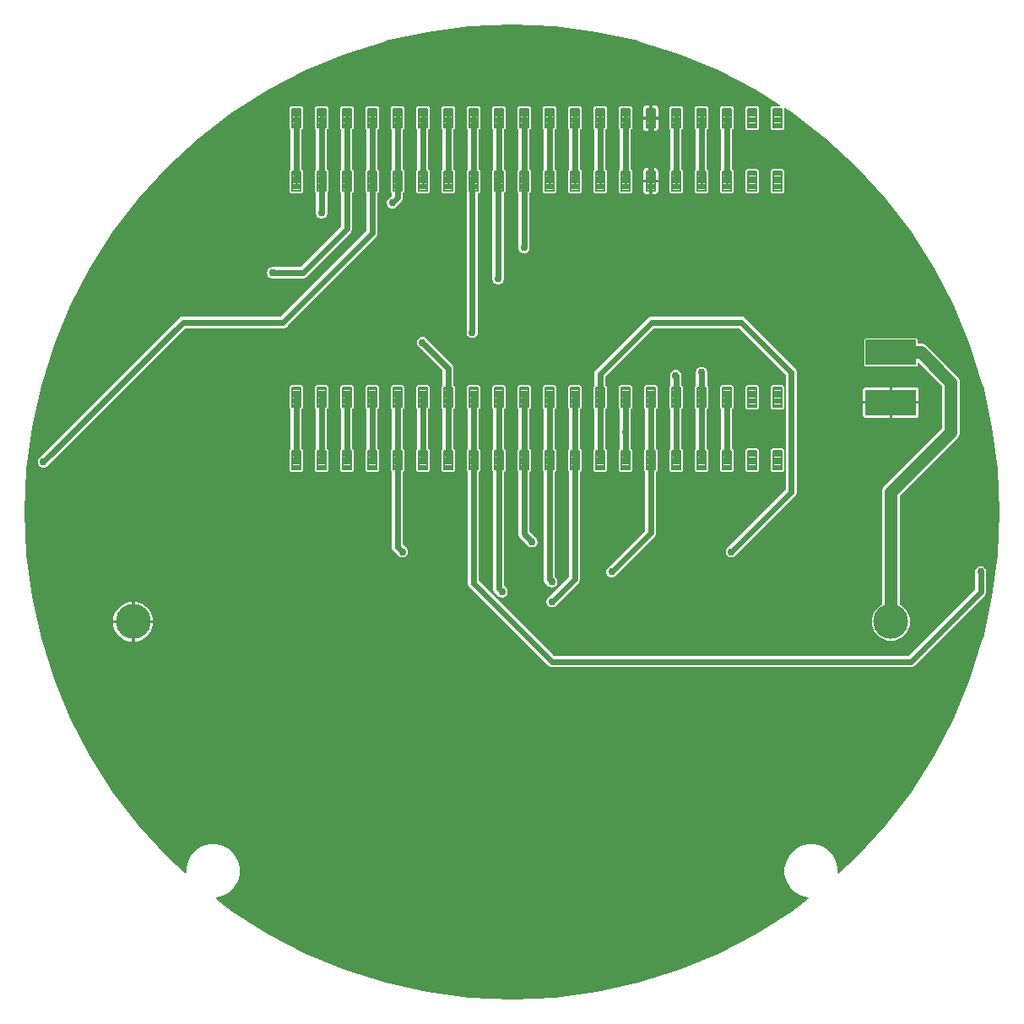
<source format=gbl>
G04 EAGLE Gerber RS-274X export*
G75*
%MOMM*%
%FSLAX34Y34*%
%LPD*%
%INBottom Copper*%
%IPPOS*%
%AMOC8*
5,1,8,0,0,1.08239X$1,22.5*%
G01*
%ADD10C,3.500000*%
%ADD11R,5.080000X2.540000*%
%ADD12C,0.204000*%
%ADD13C,0.609600*%
%ADD14C,0.756400*%
%ADD15C,1.270000*%

G36*
X542593Y12782D02*
X542593Y12782D01*
X542616Y12787D01*
X542659Y12787D01*
X584895Y18348D01*
X584918Y18355D01*
X584960Y18359D01*
X626550Y27580D01*
X626573Y27589D01*
X626614Y27597D01*
X667243Y40407D01*
X667264Y40418D01*
X667305Y40430D01*
X706663Y56732D01*
X706683Y56745D01*
X706723Y56760D01*
X744510Y76431D01*
X744529Y76445D01*
X744567Y76464D01*
X780496Y99353D01*
X780514Y99369D01*
X780526Y99377D01*
X780537Y99383D01*
X780539Y99384D01*
X780550Y99391D01*
X796949Y111974D01*
X797032Y112063D01*
X797115Y112150D01*
X797116Y112152D01*
X797117Y112153D01*
X797168Y112264D01*
X797218Y112373D01*
X797219Y112375D01*
X797219Y112377D01*
X797232Y112497D01*
X797245Y112617D01*
X797245Y112620D01*
X797245Y112622D01*
X797219Y112740D01*
X797193Y112858D01*
X797192Y112860D01*
X797192Y112862D01*
X797129Y112965D01*
X797067Y113069D01*
X797065Y113070D01*
X797064Y113072D01*
X796974Y113149D01*
X796880Y113229D01*
X796878Y113230D01*
X796876Y113231D01*
X796767Y113274D01*
X796652Y113321D01*
X796649Y113321D01*
X796648Y113322D01*
X796640Y113322D01*
X796494Y113338D01*
X789709Y115156D01*
X783630Y118666D01*
X778666Y123630D01*
X775156Y129709D01*
X773339Y136490D01*
X773339Y143510D01*
X775156Y150291D01*
X778666Y156370D01*
X783630Y161334D01*
X789709Y164844D01*
X796490Y166661D01*
X803510Y166661D01*
X810291Y164844D01*
X816370Y161334D01*
X821334Y156370D01*
X824844Y150291D01*
X826661Y143510D01*
X826661Y138334D01*
X826670Y138280D01*
X826669Y138224D01*
X826689Y138159D01*
X826700Y138091D01*
X826726Y138043D01*
X826743Y137990D01*
X826784Y137934D01*
X826816Y137874D01*
X826856Y137836D01*
X826888Y137791D01*
X826944Y137752D01*
X826994Y137704D01*
X827044Y137681D01*
X827089Y137649D01*
X827155Y137630D01*
X827217Y137601D01*
X827272Y137595D01*
X827325Y137579D01*
X827393Y137581D01*
X827461Y137574D01*
X827515Y137585D01*
X827571Y137587D01*
X827635Y137611D01*
X827702Y137626D01*
X827749Y137654D01*
X827801Y137674D01*
X827887Y137737D01*
X827913Y137752D01*
X827921Y137761D01*
X827936Y137773D01*
X845806Y154147D01*
X845821Y154166D01*
X845853Y154194D01*
X874633Y185602D01*
X874646Y185622D01*
X874676Y185653D01*
X900609Y219450D01*
X900620Y219471D01*
X900647Y219504D01*
X923536Y255433D01*
X923546Y255455D01*
X923569Y255490D01*
X943240Y293277D01*
X943247Y293300D01*
X943268Y293337D01*
X959570Y332695D01*
X959576Y332718D01*
X959593Y332757D01*
X972403Y373386D01*
X972407Y373409D01*
X972420Y373450D01*
X981641Y415040D01*
X981642Y415064D01*
X981652Y415105D01*
X987213Y457341D01*
X987212Y457365D01*
X987218Y457407D01*
X989077Y499967D01*
X989074Y499991D01*
X989077Y500033D01*
X987218Y542593D01*
X987213Y542616D01*
X987213Y542659D01*
X981652Y584895D01*
X981645Y584918D01*
X981641Y584960D01*
X972420Y626550D01*
X972411Y626573D01*
X972403Y626614D01*
X959593Y667243D01*
X959582Y667264D01*
X959570Y667305D01*
X943268Y706663D01*
X943255Y706683D01*
X943240Y706723D01*
X923569Y744509D01*
X923555Y744529D01*
X923536Y744567D01*
X900647Y780496D01*
X900631Y780514D01*
X900609Y780550D01*
X874676Y814347D01*
X874658Y814363D01*
X874633Y814398D01*
X845853Y845806D01*
X845834Y845821D01*
X845806Y845853D01*
X814398Y874633D01*
X814378Y874646D01*
X814347Y874676D01*
X780550Y900609D01*
X780529Y900620D01*
X780496Y900647D01*
X773795Y904916D01*
X773692Y904960D01*
X773591Y905007D01*
X773580Y905008D01*
X773569Y905013D01*
X773458Y905022D01*
X773347Y905034D01*
X773335Y905032D01*
X773324Y905032D01*
X773216Y905006D01*
X773106Y904982D01*
X773096Y904976D01*
X773085Y904973D01*
X772991Y904913D01*
X772895Y904856D01*
X772888Y904847D01*
X772878Y904841D01*
X772808Y904754D01*
X772735Y904669D01*
X772731Y904658D01*
X772724Y904649D01*
X772685Y904544D01*
X772643Y904441D01*
X772642Y904427D01*
X772639Y904418D01*
X772638Y904392D01*
X772625Y904274D01*
X772625Y884466D01*
X771134Y882975D01*
X760866Y882975D01*
X759375Y884466D01*
X759375Y905534D01*
X760866Y907025D01*
X767873Y907025D01*
X767904Y907030D01*
X767935Y907027D01*
X768025Y907050D01*
X768116Y907064D01*
X768143Y907079D01*
X768174Y907087D01*
X768252Y907136D01*
X768333Y907180D01*
X768355Y907202D01*
X768381Y907219D01*
X768439Y907291D01*
X768502Y907358D01*
X768516Y907386D01*
X768535Y907411D01*
X768567Y907497D01*
X768606Y907581D01*
X768610Y907612D01*
X768620Y907642D01*
X768623Y907734D01*
X768633Y907825D01*
X768627Y907856D01*
X768627Y907887D01*
X768601Y907976D01*
X768581Y908066D01*
X768565Y908093D01*
X768556Y908123D01*
X768502Y908198D01*
X768455Y908277D01*
X768431Y908297D01*
X768413Y908323D01*
X768282Y908428D01*
X744567Y923536D01*
X744550Y923543D01*
X744541Y923551D01*
X744530Y923555D01*
X744510Y923569D01*
X706723Y943240D01*
X706700Y943247D01*
X706663Y943268D01*
X667305Y959570D01*
X667282Y959576D01*
X667243Y959593D01*
X626614Y972403D01*
X626591Y972407D01*
X626550Y972420D01*
X584960Y981641D01*
X584936Y981642D01*
X584895Y981652D01*
X542659Y987213D01*
X542635Y987212D01*
X542593Y987218D01*
X500033Y989077D01*
X500009Y989074D01*
X499967Y989077D01*
X457407Y987218D01*
X457384Y987213D01*
X457341Y987213D01*
X415105Y981652D01*
X415082Y981645D01*
X415040Y981641D01*
X373450Y972420D01*
X373427Y972411D01*
X373386Y972403D01*
X332757Y959593D01*
X332736Y959582D01*
X332695Y959570D01*
X293337Y943268D01*
X293317Y943255D01*
X293277Y943240D01*
X255490Y923569D01*
X255471Y923555D01*
X255433Y923536D01*
X219504Y900647D01*
X219486Y900631D01*
X219450Y900609D01*
X185653Y874676D01*
X185637Y874658D01*
X185602Y874633D01*
X154194Y845853D01*
X154179Y845834D01*
X154147Y845806D01*
X125367Y814398D01*
X125354Y814378D01*
X125324Y814347D01*
X99391Y780550D01*
X99380Y780529D01*
X99353Y780496D01*
X76464Y744567D01*
X76454Y744545D01*
X76431Y744510D01*
X56760Y706723D01*
X56753Y706700D01*
X56732Y706663D01*
X40430Y667305D01*
X40424Y667282D01*
X40407Y667243D01*
X27597Y626614D01*
X27593Y626591D01*
X27580Y626550D01*
X18359Y584960D01*
X18358Y584936D01*
X18348Y584895D01*
X12787Y542659D01*
X12788Y542635D01*
X12782Y542593D01*
X10923Y500033D01*
X10926Y500009D01*
X10923Y499967D01*
X12782Y457407D01*
X12787Y457384D01*
X12787Y457341D01*
X18348Y415105D01*
X18355Y415082D01*
X18359Y415040D01*
X27580Y373450D01*
X27589Y373427D01*
X27597Y373386D01*
X40407Y332757D01*
X40418Y332736D01*
X40430Y332695D01*
X56732Y293337D01*
X56745Y293317D01*
X56760Y293277D01*
X76431Y255491D01*
X76445Y255471D01*
X76464Y255433D01*
X99353Y219504D01*
X99369Y219486D01*
X99391Y219450D01*
X125324Y185653D01*
X125342Y185637D01*
X125367Y185602D01*
X154147Y154194D01*
X154166Y154179D01*
X154194Y154147D01*
X172064Y137773D01*
X172110Y137743D01*
X172150Y137704D01*
X172212Y137676D01*
X172270Y137638D01*
X172323Y137624D01*
X172373Y137601D01*
X172441Y137593D01*
X172508Y137576D01*
X172563Y137580D01*
X172617Y137574D01*
X172685Y137588D01*
X172753Y137593D01*
X172804Y137614D01*
X172858Y137626D01*
X172917Y137661D01*
X172980Y137688D01*
X173022Y137724D01*
X173069Y137752D01*
X173114Y137804D01*
X173165Y137849D01*
X173193Y137897D01*
X173229Y137939D01*
X173255Y138003D01*
X173289Y138062D01*
X173300Y138116D01*
X173321Y138167D01*
X173333Y138273D01*
X173339Y138303D01*
X173337Y138315D01*
X173339Y138334D01*
X173339Y143510D01*
X175156Y150291D01*
X178666Y156370D01*
X183630Y161334D01*
X189709Y164844D01*
X196490Y166661D01*
X203510Y166661D01*
X210291Y164844D01*
X216370Y161334D01*
X221334Y156370D01*
X224844Y150291D01*
X226661Y143510D01*
X226661Y136490D01*
X224844Y129709D01*
X221334Y123630D01*
X216370Y118666D01*
X210291Y115156D01*
X203502Y113337D01*
X203397Y113320D01*
X203276Y113301D01*
X203274Y113300D01*
X203272Y113300D01*
X203166Y113244D01*
X203058Y113187D01*
X203056Y113185D01*
X203055Y113184D01*
X202973Y113099D01*
X202888Y113010D01*
X202887Y113008D01*
X202885Y113006D01*
X202835Y112897D01*
X202783Y112787D01*
X202783Y112785D01*
X202782Y112783D01*
X202768Y112660D01*
X202754Y112543D01*
X202755Y112541D01*
X202755Y112539D01*
X202781Y112419D01*
X202805Y112302D01*
X202806Y112300D01*
X202807Y112298D01*
X202869Y112194D01*
X202930Y112090D01*
X202932Y112089D01*
X202933Y112087D01*
X202939Y112082D01*
X203051Y111974D01*
X219450Y99391D01*
X219471Y99380D01*
X219504Y99353D01*
X255433Y76464D01*
X255455Y76454D01*
X255490Y76431D01*
X293277Y56760D01*
X293300Y56753D01*
X293337Y56732D01*
X332695Y40430D01*
X332718Y40424D01*
X332757Y40407D01*
X373386Y27597D01*
X373409Y27593D01*
X373450Y27580D01*
X415040Y18359D01*
X415064Y18358D01*
X415105Y18348D01*
X457341Y12787D01*
X457365Y12788D01*
X457407Y12782D01*
X499967Y10923D01*
X499991Y10926D01*
X500033Y10923D01*
X542593Y12782D01*
G37*
%LPC*%
G36*
X538888Y344411D02*
X538888Y344411D01*
X536834Y345262D01*
X456462Y425634D01*
X455611Y427688D01*
X455611Y540115D01*
X455597Y540205D01*
X455589Y540296D01*
X455577Y540325D01*
X455572Y540357D01*
X455529Y540438D01*
X455493Y540522D01*
X455467Y540554D01*
X455456Y540575D01*
X455433Y540597D01*
X455388Y540653D01*
X454575Y541466D01*
X454575Y562534D01*
X455388Y563347D01*
X455441Y563421D01*
X455501Y563491D01*
X455513Y563521D01*
X455532Y563547D01*
X455559Y563634D01*
X455593Y563719D01*
X455597Y563760D01*
X455604Y563782D01*
X455603Y563814D01*
X455611Y563885D01*
X455611Y603115D01*
X455597Y603205D01*
X455589Y603296D01*
X455577Y603325D01*
X455572Y603357D01*
X455529Y603438D01*
X455493Y603522D01*
X455467Y603554D01*
X455456Y603575D01*
X455433Y603597D01*
X455388Y603653D01*
X454575Y604466D01*
X454575Y625534D01*
X456066Y627025D01*
X466334Y627025D01*
X467825Y625534D01*
X467825Y604466D01*
X467012Y603653D01*
X466959Y603579D01*
X466899Y603510D01*
X466887Y603479D01*
X466868Y603453D01*
X466841Y603366D01*
X466807Y603281D01*
X466803Y603240D01*
X466796Y603218D01*
X466797Y603186D01*
X466789Y603115D01*
X466789Y563885D01*
X466803Y563795D01*
X466811Y563704D01*
X466823Y563675D01*
X466828Y563643D01*
X466871Y563562D01*
X466907Y563478D01*
X466933Y563446D01*
X466944Y563425D01*
X466967Y563403D01*
X467012Y563347D01*
X467825Y562534D01*
X467825Y541466D01*
X467012Y540653D01*
X466959Y540579D01*
X466899Y540509D01*
X466887Y540479D01*
X466868Y540453D01*
X466841Y540366D01*
X466807Y540281D01*
X466803Y540240D01*
X466796Y540218D01*
X466797Y540186D01*
X466789Y540115D01*
X466789Y431430D01*
X466803Y431340D01*
X466811Y431249D01*
X466823Y431219D01*
X466828Y431188D01*
X466871Y431107D01*
X466907Y431023D01*
X466933Y430991D01*
X466944Y430970D01*
X466967Y430948D01*
X467012Y430892D01*
X542092Y355812D01*
X542166Y355759D01*
X542235Y355699D01*
X542266Y355687D01*
X542292Y355668D01*
X542379Y355641D01*
X542464Y355607D01*
X542504Y355603D01*
X542527Y355596D01*
X542559Y355597D01*
X542630Y355589D01*
X897370Y355589D01*
X897460Y355603D01*
X897551Y355611D01*
X897581Y355623D01*
X897612Y355628D01*
X897693Y355671D01*
X897777Y355707D01*
X897809Y355733D01*
X897830Y355744D01*
X897852Y355767D01*
X897908Y355812D01*
X964188Y422092D01*
X964241Y422166D01*
X964301Y422235D01*
X964313Y422266D01*
X964332Y422292D01*
X964359Y422379D01*
X964393Y422464D01*
X964397Y422504D01*
X964404Y422527D01*
X964403Y422559D01*
X964411Y422630D01*
X964411Y441112D01*
X964635Y441653D01*
X964650Y441716D01*
X964675Y441777D01*
X964684Y441860D01*
X964691Y441892D01*
X964690Y441911D01*
X964693Y441944D01*
X964693Y442198D01*
X964873Y442378D01*
X964911Y442431D01*
X964957Y442478D01*
X964997Y442551D01*
X965017Y442578D01*
X965022Y442596D01*
X965038Y442625D01*
X965262Y443166D01*
X966834Y444738D01*
X967375Y444962D01*
X967431Y444997D01*
X967491Y445022D01*
X967556Y445074D01*
X967584Y445092D01*
X967597Y445107D01*
X967622Y445127D01*
X967802Y445307D01*
X968056Y445307D01*
X968121Y445317D01*
X968186Y445318D01*
X968266Y445341D01*
X968299Y445346D01*
X968316Y445356D01*
X968347Y445365D01*
X968888Y445589D01*
X971112Y445589D01*
X971653Y445365D01*
X971716Y445350D01*
X971777Y445325D01*
X971860Y445316D01*
X971892Y445309D01*
X971911Y445310D01*
X971944Y445307D01*
X972198Y445307D01*
X972378Y445127D01*
X972431Y445089D01*
X972478Y445043D01*
X972551Y445003D01*
X972578Y444983D01*
X972596Y444978D01*
X972625Y444962D01*
X973166Y444738D01*
X974738Y443166D01*
X974962Y442625D01*
X974997Y442569D01*
X975022Y442509D01*
X975074Y442444D01*
X975092Y442416D01*
X975107Y442403D01*
X975127Y442378D01*
X975307Y442198D01*
X975307Y441944D01*
X975317Y441879D01*
X975318Y441814D01*
X975341Y441734D01*
X975346Y441701D01*
X975356Y441684D01*
X975365Y441653D01*
X975589Y441112D01*
X975589Y418888D01*
X974738Y416834D01*
X903166Y345262D01*
X901112Y344411D01*
X538888Y344411D01*
G37*
%LPD*%
%LPC*%
G36*
X876216Y370975D02*
X876216Y370975D01*
X869223Y373872D01*
X863872Y379223D01*
X860975Y386216D01*
X860975Y393784D01*
X863872Y400777D01*
X869223Y406128D01*
X870639Y406715D01*
X870739Y406777D01*
X870839Y406836D01*
X870843Y406841D01*
X870848Y406844D01*
X870923Y406935D01*
X870999Y407023D01*
X871001Y407029D01*
X871005Y407034D01*
X871047Y407142D01*
X871091Y407251D01*
X871092Y407259D01*
X871093Y407264D01*
X871094Y407282D01*
X871109Y407418D01*
X871109Y521768D01*
X872463Y525036D01*
X930886Y583460D01*
X930939Y583534D01*
X930999Y583603D01*
X931011Y583633D01*
X931030Y583659D01*
X931057Y583746D01*
X931091Y583831D01*
X931095Y583872D01*
X931102Y583895D01*
X931101Y583927D01*
X931109Y583998D01*
X931109Y626002D01*
X931095Y626092D01*
X931087Y626183D01*
X931075Y626213D01*
X931070Y626245D01*
X931046Y626289D01*
X931045Y626293D01*
X931036Y626308D01*
X931027Y626325D01*
X930991Y626409D01*
X930965Y626441D01*
X930954Y626462D01*
X930931Y626484D01*
X930929Y626487D01*
X930919Y626504D01*
X930908Y626513D01*
X930886Y626540D01*
X908224Y649202D01*
X908166Y649244D01*
X908114Y649294D01*
X908067Y649316D01*
X908025Y649346D01*
X907956Y649367D01*
X907891Y649397D01*
X907839Y649403D01*
X907789Y649418D01*
X907718Y649416D01*
X907647Y649424D01*
X907596Y649413D01*
X907544Y649412D01*
X907476Y649387D01*
X907406Y649372D01*
X907361Y649345D01*
X907313Y649327D01*
X907257Y649283D01*
X907195Y649246D01*
X907161Y649206D01*
X907121Y649174D01*
X907082Y649113D01*
X907035Y649059D01*
X907016Y649011D01*
X906988Y648967D01*
X906970Y648897D01*
X906943Y648831D01*
X906935Y648759D01*
X906927Y648728D01*
X906929Y648705D01*
X906925Y648664D01*
X906925Y646668D01*
X906032Y645775D01*
X853968Y645775D01*
X853075Y646668D01*
X853075Y673332D01*
X853968Y674225D01*
X906032Y674225D01*
X906925Y673332D01*
X906925Y669652D01*
X906928Y669632D01*
X906926Y669613D01*
X906948Y669511D01*
X906964Y669409D01*
X906974Y669392D01*
X906978Y669372D01*
X907031Y669283D01*
X907080Y669192D01*
X907094Y669178D01*
X907104Y669161D01*
X907183Y669094D01*
X907258Y669022D01*
X907276Y669014D01*
X907291Y669001D01*
X907387Y668962D01*
X907481Y668919D01*
X907501Y668917D01*
X907519Y668909D01*
X907686Y668891D01*
X911768Y668891D01*
X915036Y667537D01*
X947537Y635036D01*
X948891Y631768D01*
X948891Y578232D01*
X947537Y574964D01*
X889114Y516540D01*
X889061Y516466D01*
X889001Y516397D01*
X888989Y516367D01*
X888970Y516341D01*
X888943Y516254D01*
X888909Y516169D01*
X888905Y516128D01*
X888898Y516105D01*
X888899Y516073D01*
X888891Y516002D01*
X888891Y407418D01*
X888910Y407304D01*
X888927Y407187D01*
X888929Y407182D01*
X888930Y407175D01*
X888985Y407073D01*
X889038Y406968D01*
X889043Y406964D01*
X889046Y406958D01*
X889130Y406878D01*
X889214Y406796D01*
X889220Y406792D01*
X889224Y406789D01*
X889241Y406781D01*
X889361Y406715D01*
X890777Y406128D01*
X896128Y400777D01*
X899025Y393784D01*
X899025Y386216D01*
X896128Y379223D01*
X890777Y373872D01*
X883784Y370975D01*
X876216Y370975D01*
G37*
%LPD*%
%LPC*%
G36*
X28888Y544411D02*
X28888Y544411D01*
X28347Y544635D01*
X28284Y544650D01*
X28223Y544675D01*
X28140Y544684D01*
X28108Y544691D01*
X28089Y544690D01*
X28056Y544693D01*
X27802Y544693D01*
X27622Y544873D01*
X27569Y544911D01*
X27522Y544957D01*
X27449Y544997D01*
X27422Y545017D01*
X27404Y545022D01*
X27375Y545038D01*
X26834Y545262D01*
X25262Y546834D01*
X25038Y547375D01*
X25003Y547431D01*
X24978Y547491D01*
X24926Y547556D01*
X24908Y547584D01*
X24893Y547597D01*
X24873Y547622D01*
X24693Y547802D01*
X24693Y548056D01*
X24683Y548121D01*
X24682Y548186D01*
X24659Y548266D01*
X24654Y548299D01*
X24644Y548316D01*
X24635Y548347D01*
X24411Y548888D01*
X24411Y551112D01*
X24635Y551653D01*
X24650Y551716D01*
X24675Y551777D01*
X24684Y551860D01*
X24691Y551892D01*
X24690Y551911D01*
X24693Y551944D01*
X24693Y552198D01*
X24873Y552378D01*
X24911Y552431D01*
X24957Y552478D01*
X24997Y552551D01*
X25017Y552578D01*
X25022Y552596D01*
X25038Y552625D01*
X25262Y553166D01*
X166834Y694738D01*
X168888Y695589D01*
X267370Y695589D01*
X267460Y695603D01*
X267551Y695611D01*
X267581Y695623D01*
X267613Y695628D01*
X267693Y695671D01*
X267777Y695707D01*
X267809Y695733D01*
X267830Y695744D01*
X267852Y695767D01*
X267908Y695812D01*
X353788Y781692D01*
X353841Y781766D01*
X353901Y781835D01*
X353913Y781866D01*
X353932Y781892D01*
X353959Y781979D01*
X353993Y782064D01*
X353997Y782104D01*
X354004Y782127D01*
X354003Y782159D01*
X354011Y782230D01*
X354011Y820115D01*
X353997Y820205D01*
X353989Y820296D01*
X353977Y820325D01*
X353972Y820357D01*
X353929Y820438D01*
X353893Y820522D01*
X353867Y820554D01*
X353856Y820575D01*
X353833Y820597D01*
X353822Y820611D01*
X353815Y820622D01*
X353808Y820629D01*
X353788Y820653D01*
X352975Y821466D01*
X352975Y842534D01*
X353788Y843347D01*
X353841Y843421D01*
X353901Y843491D01*
X353913Y843521D01*
X353932Y843547D01*
X353959Y843634D01*
X353993Y843719D01*
X353997Y843760D01*
X354004Y843782D01*
X354003Y843814D01*
X354011Y843885D01*
X354011Y883115D01*
X353997Y883205D01*
X353989Y883296D01*
X353977Y883325D01*
X353972Y883357D01*
X353929Y883438D01*
X353893Y883522D01*
X353867Y883554D01*
X353856Y883575D01*
X353833Y883597D01*
X353788Y883653D01*
X352975Y884466D01*
X352975Y905534D01*
X354466Y907025D01*
X364734Y907025D01*
X366225Y905534D01*
X366225Y884466D01*
X365412Y883653D01*
X365359Y883579D01*
X365299Y883509D01*
X365287Y883479D01*
X365268Y883453D01*
X365241Y883366D01*
X365207Y883281D01*
X365203Y883240D01*
X365196Y883218D01*
X365197Y883186D01*
X365189Y883115D01*
X365189Y843885D01*
X365203Y843795D01*
X365211Y843704D01*
X365223Y843675D01*
X365228Y843643D01*
X365271Y843562D01*
X365307Y843478D01*
X365333Y843446D01*
X365344Y843425D01*
X365367Y843403D01*
X365412Y843347D01*
X366225Y842534D01*
X366225Y821466D01*
X365412Y820653D01*
X365367Y820591D01*
X365337Y820560D01*
X365332Y820548D01*
X365299Y820509D01*
X365287Y820479D01*
X365268Y820453D01*
X365241Y820366D01*
X365207Y820281D01*
X365203Y820240D01*
X365196Y820218D01*
X365197Y820186D01*
X365189Y820115D01*
X365189Y778488D01*
X364338Y776434D01*
X274845Y686941D01*
X273166Y685262D01*
X271112Y684411D01*
X172630Y684411D01*
X172540Y684397D01*
X172449Y684389D01*
X172419Y684377D01*
X172388Y684372D01*
X172307Y684329D01*
X172223Y684293D01*
X172191Y684267D01*
X172170Y684256D01*
X172148Y684233D01*
X172092Y684188D01*
X33166Y545262D01*
X32625Y545038D01*
X32569Y545003D01*
X32509Y544978D01*
X32444Y544926D01*
X32416Y544908D01*
X32403Y544893D01*
X32378Y544873D01*
X32198Y544693D01*
X31944Y544693D01*
X31879Y544683D01*
X31814Y544682D01*
X31734Y544659D01*
X31701Y544654D01*
X31684Y544644D01*
X31653Y544635D01*
X31112Y544411D01*
X28888Y544411D01*
G37*
%LPD*%
%LPC*%
G36*
X718888Y454411D02*
X718888Y454411D01*
X718347Y454635D01*
X718284Y454650D01*
X718223Y454675D01*
X718140Y454684D01*
X718108Y454691D01*
X718089Y454690D01*
X718056Y454693D01*
X717802Y454693D01*
X717622Y454873D01*
X717569Y454911D01*
X717522Y454957D01*
X717449Y454997D01*
X717422Y455017D01*
X717404Y455022D01*
X717375Y455038D01*
X716834Y455262D01*
X715262Y456834D01*
X715038Y457375D01*
X715003Y457431D01*
X714978Y457491D01*
X714926Y457556D01*
X714908Y457584D01*
X714893Y457597D01*
X714873Y457622D01*
X714693Y457802D01*
X714693Y458056D01*
X714683Y458121D01*
X714682Y458186D01*
X714659Y458266D01*
X714654Y458299D01*
X714644Y458316D01*
X714635Y458347D01*
X714411Y458888D01*
X714411Y461112D01*
X714635Y461653D01*
X714650Y461716D01*
X714675Y461777D01*
X714684Y461860D01*
X714691Y461892D01*
X714690Y461911D01*
X714693Y461944D01*
X714693Y462198D01*
X714873Y462378D01*
X714911Y462431D01*
X714957Y462478D01*
X714997Y462551D01*
X715017Y462578D01*
X715022Y462596D01*
X715038Y462625D01*
X715262Y463166D01*
X774188Y522092D01*
X774241Y522166D01*
X774301Y522235D01*
X774313Y522266D01*
X774332Y522292D01*
X774359Y522379D01*
X774393Y522464D01*
X774397Y522504D01*
X774404Y522527D01*
X774403Y522559D01*
X774411Y522630D01*
X774411Y637370D01*
X774397Y637460D01*
X774389Y637551D01*
X774377Y637581D01*
X774372Y637612D01*
X774329Y637693D01*
X774293Y637777D01*
X774267Y637809D01*
X774256Y637830D01*
X774233Y637852D01*
X774188Y637908D01*
X727908Y684188D01*
X727834Y684241D01*
X727765Y684301D01*
X727734Y684313D01*
X727708Y684332D01*
X727621Y684359D01*
X727536Y684393D01*
X727496Y684397D01*
X727473Y684404D01*
X727441Y684403D01*
X727370Y684411D01*
X642630Y684411D01*
X642540Y684397D01*
X642449Y684389D01*
X642419Y684377D01*
X642388Y684372D01*
X642307Y684329D01*
X642223Y684293D01*
X642191Y684267D01*
X642170Y684256D01*
X642148Y684233D01*
X642092Y684188D01*
X594012Y636108D01*
X593959Y636034D01*
X593899Y635965D01*
X593887Y635934D01*
X593868Y635908D01*
X593841Y635821D01*
X593807Y635736D01*
X593803Y635696D01*
X593796Y635673D01*
X593797Y635641D01*
X593789Y635570D01*
X593789Y626885D01*
X593803Y626795D01*
X593811Y626704D01*
X593823Y626675D01*
X593828Y626643D01*
X593871Y626562D01*
X593907Y626478D01*
X593933Y626446D01*
X593944Y626425D01*
X593967Y626403D01*
X594012Y626347D01*
X594825Y625534D01*
X594825Y604466D01*
X594012Y603653D01*
X593959Y603579D01*
X593899Y603509D01*
X593887Y603479D01*
X593868Y603453D01*
X593841Y603366D01*
X593807Y603281D01*
X593803Y603240D01*
X593796Y603218D01*
X593797Y603186D01*
X593789Y603115D01*
X593789Y563885D01*
X593803Y563795D01*
X593811Y563704D01*
X593823Y563675D01*
X593828Y563643D01*
X593871Y563562D01*
X593907Y563478D01*
X593933Y563446D01*
X593944Y563425D01*
X593967Y563403D01*
X594012Y563347D01*
X594825Y562534D01*
X594825Y541466D01*
X593334Y539975D01*
X583066Y539975D01*
X581575Y541466D01*
X581575Y562534D01*
X582388Y563347D01*
X582441Y563421D01*
X582501Y563490D01*
X582513Y563521D01*
X582532Y563547D01*
X582559Y563634D01*
X582593Y563719D01*
X582597Y563760D01*
X582604Y563782D01*
X582603Y563814D01*
X582611Y563885D01*
X582611Y603115D01*
X582597Y603205D01*
X582589Y603296D01*
X582577Y603325D01*
X582572Y603357D01*
X582529Y603438D01*
X582493Y603522D01*
X582467Y603554D01*
X582456Y603575D01*
X582433Y603597D01*
X582388Y603653D01*
X581575Y604466D01*
X581575Y625534D01*
X582388Y626347D01*
X582441Y626421D01*
X582501Y626491D01*
X582513Y626521D01*
X582532Y626547D01*
X582559Y626634D01*
X582593Y626719D01*
X582597Y626760D01*
X582604Y626782D01*
X582603Y626814D01*
X582611Y626885D01*
X582611Y639312D01*
X583462Y641366D01*
X636834Y694738D01*
X638888Y695589D01*
X731112Y695589D01*
X733166Y694738D01*
X784738Y643166D01*
X785589Y641112D01*
X785589Y518888D01*
X784738Y516834D01*
X723166Y455262D01*
X722625Y455038D01*
X722569Y455003D01*
X722509Y454978D01*
X722444Y454926D01*
X722416Y454908D01*
X722403Y454893D01*
X722378Y454873D01*
X722198Y454693D01*
X721944Y454693D01*
X721879Y454683D01*
X721814Y454682D01*
X721734Y454659D01*
X721701Y454654D01*
X721684Y454644D01*
X721653Y454635D01*
X721112Y454411D01*
X718888Y454411D01*
G37*
%LPD*%
%LPC*%
G36*
X458888Y674411D02*
X458888Y674411D01*
X458347Y674635D01*
X458284Y674650D01*
X458223Y674675D01*
X458140Y674684D01*
X458108Y674691D01*
X458089Y674690D01*
X458056Y674693D01*
X457802Y674693D01*
X457622Y674873D01*
X457569Y674911D01*
X457522Y674957D01*
X457449Y674997D01*
X457422Y675017D01*
X457404Y675022D01*
X457375Y675038D01*
X456834Y675262D01*
X455262Y676834D01*
X455038Y677375D01*
X455003Y677431D01*
X454978Y677491D01*
X454926Y677556D01*
X454908Y677584D01*
X454893Y677597D01*
X454873Y677622D01*
X454693Y677802D01*
X454693Y678056D01*
X454683Y678121D01*
X454682Y678186D01*
X454659Y678266D01*
X454654Y678299D01*
X454644Y678316D01*
X454635Y678347D01*
X454411Y678888D01*
X454411Y831912D01*
X454517Y832168D01*
X454532Y832231D01*
X454557Y832292D01*
X454566Y832375D01*
X454573Y832407D01*
X454572Y832426D01*
X454575Y832459D01*
X454575Y842534D01*
X455388Y843347D01*
X455441Y843421D01*
X455501Y843491D01*
X455513Y843521D01*
X455532Y843547D01*
X455559Y843634D01*
X455593Y843719D01*
X455597Y843760D01*
X455604Y843782D01*
X455603Y843814D01*
X455611Y843885D01*
X455611Y883115D01*
X455597Y883205D01*
X455589Y883296D01*
X455577Y883325D01*
X455572Y883357D01*
X455529Y883438D01*
X455493Y883522D01*
X455467Y883554D01*
X455456Y883575D01*
X455433Y883597D01*
X455388Y883653D01*
X454575Y884466D01*
X454575Y905534D01*
X456066Y907025D01*
X466334Y907025D01*
X467825Y905534D01*
X467825Y884466D01*
X467012Y883653D01*
X466959Y883579D01*
X466899Y883510D01*
X466887Y883479D01*
X466868Y883453D01*
X466841Y883366D01*
X466807Y883281D01*
X466803Y883240D01*
X466796Y883218D01*
X466797Y883186D01*
X466789Y883115D01*
X466789Y843885D01*
X466803Y843795D01*
X466811Y843704D01*
X466823Y843675D01*
X466828Y843643D01*
X466871Y843562D01*
X466907Y843478D01*
X466933Y843446D01*
X466944Y843425D01*
X466967Y843403D01*
X467012Y843347D01*
X467825Y842534D01*
X467825Y821466D01*
X466331Y819972D01*
X466330Y819972D01*
X466311Y819974D01*
X466209Y819952D01*
X466107Y819936D01*
X466090Y819926D01*
X466070Y819922D01*
X465981Y819869D01*
X465890Y819820D01*
X465876Y819806D01*
X465859Y819796D01*
X465792Y819717D01*
X465720Y819642D01*
X465712Y819624D01*
X465699Y819609D01*
X465660Y819513D01*
X465617Y819419D01*
X465615Y819399D01*
X465607Y819381D01*
X465589Y819214D01*
X465589Y678888D01*
X465365Y678347D01*
X465350Y678284D01*
X465325Y678223D01*
X465316Y678140D01*
X465309Y678108D01*
X465310Y678089D01*
X465307Y678056D01*
X465307Y677802D01*
X465127Y677622D01*
X465089Y677569D01*
X465043Y677522D01*
X465003Y677449D01*
X464983Y677422D01*
X464978Y677404D01*
X464962Y677375D01*
X464738Y676834D01*
X463166Y675262D01*
X462625Y675038D01*
X462569Y675003D01*
X462509Y674978D01*
X462444Y674926D01*
X462416Y674908D01*
X462403Y674893D01*
X462378Y674873D01*
X462198Y674693D01*
X461944Y674693D01*
X461879Y674683D01*
X461814Y674682D01*
X461734Y674659D01*
X461701Y674654D01*
X461684Y674644D01*
X461653Y674635D01*
X461112Y674411D01*
X458888Y674411D01*
G37*
%LPD*%
%LPC*%
G36*
X538888Y404411D02*
X538888Y404411D01*
X538347Y404635D01*
X538284Y404650D01*
X538223Y404675D01*
X538140Y404684D01*
X538108Y404691D01*
X538089Y404690D01*
X538056Y404693D01*
X537802Y404693D01*
X537622Y404873D01*
X537569Y404911D01*
X537522Y404957D01*
X537449Y404997D01*
X537422Y405017D01*
X537404Y405022D01*
X537375Y405038D01*
X536834Y405262D01*
X535262Y406834D01*
X535038Y407375D01*
X535003Y407431D01*
X534978Y407491D01*
X534926Y407556D01*
X534908Y407584D01*
X534893Y407597D01*
X534873Y407622D01*
X534693Y407802D01*
X534693Y408056D01*
X534683Y408121D01*
X534682Y408186D01*
X534659Y408266D01*
X534654Y408299D01*
X534644Y408316D01*
X534635Y408347D01*
X534411Y408888D01*
X534411Y411112D01*
X534635Y411653D01*
X534650Y411716D01*
X534675Y411777D01*
X534684Y411860D01*
X534691Y411892D01*
X534690Y411911D01*
X534693Y411944D01*
X534693Y412198D01*
X534873Y412378D01*
X534911Y412431D01*
X534957Y412478D01*
X534997Y412551D01*
X535017Y412578D01*
X535022Y412596D01*
X535038Y412625D01*
X535262Y413166D01*
X556988Y434892D01*
X557041Y434966D01*
X557101Y435035D01*
X557113Y435066D01*
X557132Y435092D01*
X557159Y435179D01*
X557193Y435264D01*
X557197Y435304D01*
X557204Y435327D01*
X557203Y435359D01*
X557211Y435430D01*
X557211Y540115D01*
X557197Y540205D01*
X557189Y540296D01*
X557177Y540325D01*
X557172Y540357D01*
X557129Y540438D01*
X557093Y540522D01*
X557067Y540554D01*
X557056Y540575D01*
X557033Y540597D01*
X556988Y540653D01*
X556175Y541466D01*
X556175Y562534D01*
X556988Y563347D01*
X557041Y563421D01*
X557101Y563490D01*
X557113Y563521D01*
X557132Y563547D01*
X557159Y563634D01*
X557193Y563719D01*
X557197Y563760D01*
X557204Y563782D01*
X557203Y563814D01*
X557211Y563885D01*
X557211Y603115D01*
X557197Y603205D01*
X557189Y603296D01*
X557177Y603325D01*
X557172Y603357D01*
X557129Y603438D01*
X557093Y603522D01*
X557067Y603554D01*
X557056Y603575D01*
X557033Y603597D01*
X556988Y603653D01*
X556175Y604466D01*
X556175Y625534D01*
X557666Y627025D01*
X567934Y627025D01*
X569425Y625534D01*
X569425Y604466D01*
X568612Y603653D01*
X568559Y603579D01*
X568499Y603509D01*
X568487Y603479D01*
X568468Y603453D01*
X568441Y603366D01*
X568407Y603281D01*
X568403Y603240D01*
X568396Y603218D01*
X568397Y603186D01*
X568389Y603115D01*
X568389Y563885D01*
X568403Y563795D01*
X568411Y563704D01*
X568423Y563675D01*
X568428Y563643D01*
X568471Y563562D01*
X568507Y563478D01*
X568533Y563446D01*
X568544Y563425D01*
X568567Y563403D01*
X568612Y563347D01*
X569425Y562534D01*
X569425Y541466D01*
X568612Y540653D01*
X568559Y540579D01*
X568499Y540510D01*
X568487Y540479D01*
X568468Y540453D01*
X568441Y540366D01*
X568407Y540281D01*
X568403Y540240D01*
X568396Y540218D01*
X568397Y540186D01*
X568389Y540115D01*
X568389Y431688D01*
X567538Y429634D01*
X543166Y405262D01*
X542625Y405038D01*
X542569Y405003D01*
X542509Y404978D01*
X542444Y404926D01*
X542416Y404908D01*
X542403Y404893D01*
X542378Y404873D01*
X542198Y404693D01*
X541944Y404693D01*
X541879Y404683D01*
X541814Y404682D01*
X541734Y404659D01*
X541701Y404654D01*
X541684Y404644D01*
X541653Y404635D01*
X541112Y404411D01*
X538888Y404411D01*
G37*
%LPD*%
%LPC*%
G36*
X258888Y734411D02*
X258888Y734411D01*
X258347Y734635D01*
X258284Y734650D01*
X258223Y734675D01*
X258140Y734684D01*
X258108Y734691D01*
X258089Y734690D01*
X258056Y734693D01*
X257802Y734693D01*
X257622Y734873D01*
X257569Y734911D01*
X257522Y734957D01*
X257449Y734997D01*
X257422Y735017D01*
X257404Y735022D01*
X257375Y735038D01*
X256834Y735262D01*
X255262Y736834D01*
X255038Y737375D01*
X255003Y737431D01*
X254978Y737491D01*
X254926Y737556D01*
X254908Y737584D01*
X254893Y737597D01*
X254873Y737622D01*
X254693Y737802D01*
X254693Y738056D01*
X254683Y738121D01*
X254682Y738186D01*
X254659Y738266D01*
X254654Y738299D01*
X254644Y738316D01*
X254635Y738347D01*
X254411Y738888D01*
X254411Y741112D01*
X254635Y741653D01*
X254650Y741716D01*
X254675Y741777D01*
X254684Y741860D01*
X254691Y741892D01*
X254690Y741911D01*
X254693Y741944D01*
X254693Y742198D01*
X254873Y742378D01*
X254911Y742431D01*
X254957Y742478D01*
X254997Y742551D01*
X255017Y742578D01*
X255022Y742596D01*
X255038Y742625D01*
X255262Y743166D01*
X256834Y744738D01*
X257375Y744962D01*
X257431Y744997D01*
X257491Y745022D01*
X257556Y745074D01*
X257584Y745092D01*
X257597Y745107D01*
X257622Y745127D01*
X257802Y745307D01*
X258056Y745307D01*
X258121Y745317D01*
X258186Y745318D01*
X258266Y745341D01*
X258299Y745346D01*
X258316Y745356D01*
X258347Y745365D01*
X258888Y745589D01*
X287370Y745589D01*
X287460Y745603D01*
X287551Y745611D01*
X287581Y745623D01*
X287612Y745628D01*
X287693Y745671D01*
X287777Y745707D01*
X287809Y745733D01*
X287830Y745744D01*
X287852Y745767D01*
X287908Y745812D01*
X328388Y786292D01*
X328441Y786366D01*
X328501Y786435D01*
X328513Y786466D01*
X328532Y786492D01*
X328559Y786579D01*
X328593Y786664D01*
X328597Y786704D01*
X328604Y786727D01*
X328603Y786759D01*
X328611Y786830D01*
X328611Y820115D01*
X328597Y820205D01*
X328589Y820296D01*
X328577Y820325D01*
X328572Y820357D01*
X328529Y820438D01*
X328493Y820522D01*
X328467Y820554D01*
X328456Y820575D01*
X328433Y820597D01*
X328422Y820611D01*
X328415Y820622D01*
X328408Y820629D01*
X328388Y820653D01*
X327575Y821466D01*
X327575Y842534D01*
X328388Y843347D01*
X328441Y843421D01*
X328501Y843490D01*
X328513Y843521D01*
X328532Y843547D01*
X328559Y843634D01*
X328593Y843719D01*
X328597Y843760D01*
X328604Y843782D01*
X328603Y843814D01*
X328611Y843885D01*
X328611Y883115D01*
X328597Y883205D01*
X328589Y883296D01*
X328577Y883325D01*
X328572Y883357D01*
X328529Y883438D01*
X328493Y883522D01*
X328467Y883554D01*
X328456Y883575D01*
X328433Y883597D01*
X328388Y883653D01*
X327575Y884466D01*
X327575Y905534D01*
X329066Y907025D01*
X339334Y907025D01*
X340825Y905534D01*
X340825Y884466D01*
X340012Y883653D01*
X339959Y883579D01*
X339899Y883510D01*
X339887Y883479D01*
X339868Y883453D01*
X339841Y883366D01*
X339807Y883281D01*
X339803Y883240D01*
X339796Y883218D01*
X339797Y883186D01*
X339789Y883115D01*
X339789Y843885D01*
X339803Y843795D01*
X339811Y843704D01*
X339823Y843675D01*
X339828Y843643D01*
X339871Y843562D01*
X339907Y843478D01*
X339933Y843446D01*
X339944Y843425D01*
X339967Y843403D01*
X340012Y843347D01*
X340825Y842534D01*
X340825Y821466D01*
X340012Y820653D01*
X339967Y820591D01*
X339937Y820560D01*
X339932Y820548D01*
X339899Y820509D01*
X339887Y820479D01*
X339868Y820453D01*
X339841Y820366D01*
X339807Y820281D01*
X339803Y820240D01*
X339796Y820218D01*
X339797Y820186D01*
X339789Y820115D01*
X339789Y783088D01*
X338938Y781034D01*
X293166Y735262D01*
X291112Y734411D01*
X258888Y734411D01*
G37*
%LPD*%
%LPC*%
G36*
X488888Y414411D02*
X488888Y414411D01*
X488347Y414635D01*
X488284Y414650D01*
X488223Y414675D01*
X488140Y414684D01*
X488108Y414691D01*
X488089Y414690D01*
X488056Y414693D01*
X487802Y414693D01*
X487622Y414873D01*
X487569Y414911D01*
X487522Y414957D01*
X487449Y414997D01*
X487422Y415017D01*
X487404Y415022D01*
X487375Y415038D01*
X486834Y415262D01*
X481862Y420234D01*
X481011Y422288D01*
X481011Y540115D01*
X480997Y540205D01*
X480989Y540296D01*
X480977Y540325D01*
X480972Y540357D01*
X480929Y540438D01*
X480893Y540522D01*
X480867Y540554D01*
X480856Y540575D01*
X480833Y540597D01*
X480788Y540653D01*
X479975Y541466D01*
X479975Y562534D01*
X480788Y563347D01*
X480841Y563421D01*
X480901Y563491D01*
X480913Y563521D01*
X480932Y563547D01*
X480959Y563634D01*
X480993Y563719D01*
X480997Y563760D01*
X481004Y563782D01*
X481003Y563814D01*
X481011Y563885D01*
X481011Y603115D01*
X480997Y603205D01*
X480989Y603296D01*
X480977Y603325D01*
X480972Y603357D01*
X480929Y603438D01*
X480893Y603522D01*
X480867Y603554D01*
X480856Y603575D01*
X480833Y603597D01*
X480788Y603653D01*
X479975Y604466D01*
X479975Y625534D01*
X481466Y627025D01*
X491734Y627025D01*
X493225Y625534D01*
X493225Y604466D01*
X492412Y603653D01*
X492359Y603579D01*
X492299Y603510D01*
X492287Y603479D01*
X492268Y603453D01*
X492241Y603366D01*
X492207Y603281D01*
X492203Y603240D01*
X492196Y603218D01*
X492197Y603186D01*
X492189Y603115D01*
X492189Y563885D01*
X492203Y563795D01*
X492211Y563704D01*
X492223Y563675D01*
X492228Y563643D01*
X492271Y563562D01*
X492307Y563478D01*
X492333Y563446D01*
X492344Y563425D01*
X492367Y563403D01*
X492412Y563347D01*
X493225Y562534D01*
X493225Y541466D01*
X492412Y540653D01*
X492359Y540579D01*
X492299Y540509D01*
X492287Y540479D01*
X492268Y540453D01*
X492241Y540366D01*
X492207Y540281D01*
X492203Y540240D01*
X492196Y540218D01*
X492197Y540186D01*
X492189Y540115D01*
X492189Y426030D01*
X492203Y425940D01*
X492211Y425849D01*
X492223Y425819D01*
X492228Y425788D01*
X492271Y425707D01*
X492307Y425623D01*
X492333Y425591D01*
X492344Y425570D01*
X492367Y425548D01*
X492412Y425492D01*
X494738Y423166D01*
X494962Y422625D01*
X494997Y422569D01*
X495022Y422509D01*
X495074Y422444D01*
X495092Y422416D01*
X495107Y422403D01*
X495127Y422378D01*
X495307Y422198D01*
X495307Y421944D01*
X495317Y421879D01*
X495318Y421814D01*
X495341Y421734D01*
X495346Y421701D01*
X495356Y421684D01*
X495365Y421653D01*
X495589Y421112D01*
X495589Y418888D01*
X495365Y418347D01*
X495350Y418284D01*
X495325Y418223D01*
X495316Y418140D01*
X495309Y418108D01*
X495310Y418089D01*
X495307Y418056D01*
X495307Y417802D01*
X495127Y417622D01*
X495089Y417569D01*
X495043Y417522D01*
X495003Y417449D01*
X494983Y417422D01*
X494978Y417404D01*
X494962Y417375D01*
X494738Y416834D01*
X493166Y415262D01*
X492625Y415038D01*
X492569Y415003D01*
X492509Y414978D01*
X492444Y414926D01*
X492416Y414908D01*
X492403Y414893D01*
X492378Y414873D01*
X492198Y414693D01*
X491944Y414693D01*
X491879Y414683D01*
X491814Y414682D01*
X491734Y414659D01*
X491701Y414654D01*
X491684Y414644D01*
X491653Y414635D01*
X491112Y414411D01*
X488888Y414411D01*
G37*
%LPD*%
%LPC*%
G36*
X598888Y434411D02*
X598888Y434411D01*
X598347Y434635D01*
X598284Y434650D01*
X598223Y434675D01*
X598140Y434684D01*
X598108Y434691D01*
X598089Y434690D01*
X598056Y434693D01*
X597802Y434693D01*
X597622Y434873D01*
X597569Y434911D01*
X597522Y434957D01*
X597449Y434997D01*
X597422Y435017D01*
X597404Y435022D01*
X597375Y435038D01*
X596834Y435262D01*
X595262Y436834D01*
X595038Y437375D01*
X595003Y437431D01*
X594978Y437491D01*
X594926Y437556D01*
X594908Y437584D01*
X594893Y437597D01*
X594873Y437622D01*
X594693Y437802D01*
X594693Y438056D01*
X594683Y438121D01*
X594682Y438186D01*
X594659Y438266D01*
X594654Y438299D01*
X594644Y438316D01*
X594635Y438347D01*
X594411Y438888D01*
X594411Y441112D01*
X594635Y441653D01*
X594650Y441716D01*
X594675Y441777D01*
X594684Y441860D01*
X594691Y441892D01*
X594690Y441911D01*
X594693Y441944D01*
X594693Y442198D01*
X594873Y442378D01*
X594911Y442431D01*
X594957Y442478D01*
X594997Y442551D01*
X595017Y442578D01*
X595022Y442596D01*
X595038Y442625D01*
X595262Y443166D01*
X633188Y481092D01*
X633241Y481166D01*
X633301Y481235D01*
X633313Y481266D01*
X633332Y481292D01*
X633359Y481379D01*
X633393Y481464D01*
X633397Y481504D01*
X633404Y481527D01*
X633403Y481559D01*
X633411Y481630D01*
X633411Y540115D01*
X633397Y540205D01*
X633389Y540296D01*
X633377Y540325D01*
X633372Y540357D01*
X633329Y540438D01*
X633293Y540522D01*
X633267Y540554D01*
X633256Y540575D01*
X633233Y540597D01*
X633188Y540653D01*
X632375Y541466D01*
X632375Y562534D01*
X633188Y563347D01*
X633241Y563421D01*
X633301Y563490D01*
X633313Y563521D01*
X633332Y563547D01*
X633359Y563634D01*
X633393Y563719D01*
X633397Y563760D01*
X633404Y563782D01*
X633403Y563814D01*
X633411Y563885D01*
X633411Y603115D01*
X633397Y603205D01*
X633389Y603296D01*
X633377Y603325D01*
X633372Y603357D01*
X633329Y603438D01*
X633293Y603522D01*
X633267Y603554D01*
X633256Y603575D01*
X633233Y603597D01*
X633188Y603653D01*
X632375Y604466D01*
X632375Y625534D01*
X633866Y627025D01*
X644134Y627025D01*
X645625Y625534D01*
X645625Y604466D01*
X644812Y603653D01*
X644759Y603579D01*
X644699Y603509D01*
X644687Y603479D01*
X644668Y603453D01*
X644641Y603366D01*
X644607Y603281D01*
X644603Y603240D01*
X644596Y603218D01*
X644597Y603186D01*
X644589Y603115D01*
X644589Y563885D01*
X644603Y563795D01*
X644611Y563704D01*
X644623Y563675D01*
X644628Y563643D01*
X644671Y563562D01*
X644707Y563478D01*
X644733Y563446D01*
X644744Y563425D01*
X644767Y563403D01*
X644812Y563347D01*
X645625Y562534D01*
X645625Y541466D01*
X644812Y540653D01*
X644759Y540579D01*
X644699Y540510D01*
X644687Y540479D01*
X644668Y540453D01*
X644641Y540366D01*
X644607Y540281D01*
X644603Y540240D01*
X644596Y540218D01*
X644597Y540186D01*
X644589Y540115D01*
X644589Y477888D01*
X643738Y475834D01*
X603166Y435262D01*
X602625Y435038D01*
X602569Y435003D01*
X602509Y434978D01*
X602444Y434926D01*
X602416Y434908D01*
X602403Y434893D01*
X602378Y434873D01*
X602198Y434693D01*
X601944Y434693D01*
X601879Y434683D01*
X601814Y434682D01*
X601734Y434659D01*
X601701Y434654D01*
X601684Y434644D01*
X601653Y434635D01*
X601112Y434411D01*
X598888Y434411D01*
G37*
%LPD*%
%LPC*%
G36*
X538888Y424411D02*
X538888Y424411D01*
X538347Y424635D01*
X538284Y424650D01*
X538223Y424675D01*
X538140Y424684D01*
X538108Y424691D01*
X538089Y424690D01*
X538056Y424693D01*
X537802Y424693D01*
X537622Y424873D01*
X537569Y424911D01*
X537522Y424957D01*
X537449Y424997D01*
X537422Y425017D01*
X537404Y425022D01*
X537375Y425038D01*
X536834Y425262D01*
X532662Y429434D01*
X531811Y431488D01*
X531811Y540115D01*
X531797Y540205D01*
X531789Y540296D01*
X531777Y540325D01*
X531772Y540357D01*
X531729Y540438D01*
X531693Y540522D01*
X531667Y540554D01*
X531656Y540575D01*
X531633Y540597D01*
X531588Y540653D01*
X530775Y541466D01*
X530775Y562534D01*
X531588Y563347D01*
X531641Y563421D01*
X531701Y563491D01*
X531713Y563521D01*
X531732Y563547D01*
X531759Y563634D01*
X531793Y563719D01*
X531797Y563760D01*
X531804Y563782D01*
X531803Y563814D01*
X531811Y563885D01*
X531811Y603115D01*
X531797Y603205D01*
X531789Y603296D01*
X531777Y603325D01*
X531772Y603357D01*
X531729Y603438D01*
X531693Y603522D01*
X531667Y603554D01*
X531656Y603575D01*
X531633Y603597D01*
X531588Y603653D01*
X530775Y604466D01*
X530775Y625534D01*
X532266Y627025D01*
X542534Y627025D01*
X544025Y625534D01*
X544025Y604466D01*
X543212Y603653D01*
X543159Y603579D01*
X543099Y603509D01*
X543087Y603479D01*
X543068Y603453D01*
X543041Y603366D01*
X543007Y603281D01*
X543003Y603240D01*
X542996Y603218D01*
X542997Y603186D01*
X542989Y603115D01*
X542989Y563885D01*
X543003Y563795D01*
X543011Y563704D01*
X543023Y563675D01*
X543028Y563643D01*
X543071Y563562D01*
X543107Y563478D01*
X543133Y563446D01*
X543144Y563425D01*
X543167Y563403D01*
X543212Y563347D01*
X544025Y562534D01*
X544025Y541466D01*
X543212Y540653D01*
X543159Y540579D01*
X543099Y540509D01*
X543087Y540479D01*
X543068Y540453D01*
X543041Y540366D01*
X543007Y540281D01*
X543003Y540240D01*
X542996Y540218D01*
X542997Y540186D01*
X542989Y540115D01*
X542989Y435230D01*
X543003Y435140D01*
X543011Y435049D01*
X543023Y435019D01*
X543028Y434988D01*
X543071Y434907D01*
X543107Y434823D01*
X543133Y434791D01*
X543144Y434770D01*
X543167Y434748D01*
X543212Y434692D01*
X544738Y433166D01*
X544962Y432625D01*
X544997Y432569D01*
X545022Y432509D01*
X545074Y432444D01*
X545092Y432416D01*
X545107Y432403D01*
X545127Y432378D01*
X545307Y432198D01*
X545307Y431944D01*
X545317Y431879D01*
X545318Y431814D01*
X545341Y431734D01*
X545346Y431701D01*
X545356Y431684D01*
X545365Y431653D01*
X545589Y431112D01*
X545589Y428888D01*
X545365Y428347D01*
X545356Y428310D01*
X545348Y428293D01*
X545346Y428274D01*
X545325Y428223D01*
X545316Y428140D01*
X545309Y428108D01*
X545310Y428089D01*
X545307Y428056D01*
X545307Y427802D01*
X545127Y427622D01*
X545089Y427569D01*
X545043Y427522D01*
X545003Y427449D01*
X544983Y427422D01*
X544978Y427404D01*
X544962Y427375D01*
X544738Y426834D01*
X543166Y425262D01*
X542625Y425038D01*
X542569Y425003D01*
X542509Y424978D01*
X542444Y424926D01*
X542416Y424908D01*
X542403Y424893D01*
X542378Y424873D01*
X542198Y424693D01*
X541944Y424693D01*
X541879Y424683D01*
X541814Y424682D01*
X541734Y424659D01*
X541701Y424654D01*
X541684Y424644D01*
X541653Y424635D01*
X541112Y424411D01*
X538888Y424411D01*
G37*
%LPD*%
%LPC*%
G36*
X484888Y728411D02*
X484888Y728411D01*
X484347Y728635D01*
X484284Y728650D01*
X484223Y728675D01*
X484140Y728684D01*
X484108Y728691D01*
X484089Y728690D01*
X484056Y728693D01*
X483802Y728693D01*
X483622Y728873D01*
X483569Y728911D01*
X483522Y728957D01*
X483449Y728997D01*
X483422Y729017D01*
X483404Y729022D01*
X483375Y729038D01*
X482834Y729262D01*
X481262Y730834D01*
X481038Y731375D01*
X481003Y731431D01*
X480978Y731491D01*
X480926Y731556D01*
X480908Y731584D01*
X480893Y731597D01*
X480873Y731622D01*
X480693Y731802D01*
X480693Y732056D01*
X480683Y732121D01*
X480682Y732186D01*
X480659Y732266D01*
X480654Y732299D01*
X480644Y732316D01*
X480635Y732347D01*
X480411Y732888D01*
X480411Y820715D01*
X480397Y820805D01*
X480389Y820896D01*
X480377Y820925D01*
X480372Y820957D01*
X480329Y821038D01*
X480293Y821122D01*
X480267Y821154D01*
X480256Y821175D01*
X480233Y821197D01*
X480188Y821253D01*
X479975Y821466D01*
X479975Y842534D01*
X480788Y843347D01*
X480841Y843421D01*
X480901Y843491D01*
X480913Y843521D01*
X480932Y843547D01*
X480959Y843634D01*
X480993Y843719D01*
X480997Y843760D01*
X481004Y843782D01*
X481003Y843814D01*
X481011Y843885D01*
X481011Y883115D01*
X480997Y883205D01*
X480989Y883296D01*
X480977Y883325D01*
X480972Y883357D01*
X480929Y883438D01*
X480893Y883522D01*
X480867Y883554D01*
X480856Y883575D01*
X480833Y883597D01*
X480788Y883653D01*
X479975Y884466D01*
X479975Y905534D01*
X481466Y907025D01*
X491734Y907025D01*
X493225Y905534D01*
X493225Y884466D01*
X492412Y883653D01*
X492359Y883579D01*
X492299Y883510D01*
X492287Y883479D01*
X492268Y883453D01*
X492241Y883366D01*
X492207Y883281D01*
X492203Y883240D01*
X492196Y883218D01*
X492197Y883186D01*
X492189Y883115D01*
X492189Y843885D01*
X492203Y843795D01*
X492211Y843704D01*
X492223Y843675D01*
X492228Y843643D01*
X492271Y843562D01*
X492307Y843478D01*
X492333Y843446D01*
X492344Y843425D01*
X492367Y843403D01*
X492412Y843347D01*
X493225Y842534D01*
X493225Y821466D01*
X491812Y820053D01*
X491759Y819979D01*
X491699Y819909D01*
X491687Y819879D01*
X491668Y819853D01*
X491641Y819766D01*
X491607Y819681D01*
X491603Y819640D01*
X491596Y819618D01*
X491597Y819586D01*
X491589Y819515D01*
X491589Y732888D01*
X491365Y732347D01*
X491350Y732284D01*
X491325Y732223D01*
X491316Y732140D01*
X491309Y732108D01*
X491310Y732089D01*
X491307Y732056D01*
X491307Y731802D01*
X491127Y731622D01*
X491089Y731569D01*
X491043Y731522D01*
X491003Y731449D01*
X490983Y731422D01*
X490978Y731404D01*
X490962Y731375D01*
X490738Y730834D01*
X489166Y729262D01*
X488625Y729038D01*
X488569Y729003D01*
X488509Y728978D01*
X488444Y728926D01*
X488416Y728908D01*
X488403Y728893D01*
X488378Y728873D01*
X488198Y728693D01*
X487944Y728693D01*
X487879Y728683D01*
X487814Y728682D01*
X487734Y728659D01*
X487701Y728654D01*
X487684Y728644D01*
X487653Y728635D01*
X487112Y728411D01*
X484888Y728411D01*
G37*
%LPD*%
%LPC*%
G36*
X388888Y454411D02*
X388888Y454411D01*
X388347Y454635D01*
X388284Y454650D01*
X388223Y454675D01*
X388140Y454684D01*
X388108Y454691D01*
X388089Y454690D01*
X388056Y454693D01*
X387802Y454693D01*
X387622Y454873D01*
X387569Y454911D01*
X387522Y454957D01*
X387449Y454997D01*
X387422Y455017D01*
X387404Y455022D01*
X387375Y455038D01*
X386834Y455262D01*
X380262Y461834D01*
X379411Y463888D01*
X379411Y540115D01*
X379397Y540205D01*
X379389Y540296D01*
X379377Y540325D01*
X379372Y540357D01*
X379329Y540438D01*
X379293Y540522D01*
X379267Y540554D01*
X379256Y540575D01*
X379233Y540597D01*
X379188Y540653D01*
X378375Y541466D01*
X378375Y562534D01*
X379188Y563347D01*
X379241Y563421D01*
X379301Y563491D01*
X379313Y563521D01*
X379332Y563547D01*
X379359Y563634D01*
X379393Y563719D01*
X379397Y563760D01*
X379404Y563782D01*
X379403Y563814D01*
X379411Y563885D01*
X379411Y603115D01*
X379397Y603205D01*
X379389Y603296D01*
X379377Y603325D01*
X379372Y603357D01*
X379329Y603438D01*
X379293Y603522D01*
X379267Y603554D01*
X379256Y603575D01*
X379233Y603597D01*
X379188Y603653D01*
X378375Y604466D01*
X378375Y625534D01*
X379866Y627025D01*
X390134Y627025D01*
X391625Y625534D01*
X391625Y604466D01*
X390812Y603653D01*
X390759Y603579D01*
X390699Y603509D01*
X390687Y603479D01*
X390668Y603453D01*
X390641Y603366D01*
X390607Y603281D01*
X390603Y603240D01*
X390596Y603218D01*
X390597Y603186D01*
X390589Y603115D01*
X390589Y563885D01*
X390603Y563795D01*
X390611Y563704D01*
X390623Y563675D01*
X390628Y563643D01*
X390671Y563562D01*
X390707Y563478D01*
X390733Y563446D01*
X390744Y563425D01*
X390767Y563403D01*
X390812Y563347D01*
X391625Y562534D01*
X391625Y541466D01*
X390812Y540653D01*
X390759Y540579D01*
X390699Y540509D01*
X390687Y540479D01*
X390668Y540453D01*
X390641Y540366D01*
X390607Y540281D01*
X390603Y540240D01*
X390596Y540218D01*
X390597Y540186D01*
X390589Y540115D01*
X390589Y467630D01*
X390603Y467540D01*
X390611Y467449D01*
X390623Y467419D01*
X390628Y467388D01*
X390671Y467307D01*
X390707Y467223D01*
X390733Y467191D01*
X390744Y467170D01*
X390767Y467148D01*
X390812Y467092D01*
X394738Y463166D01*
X394962Y462625D01*
X394997Y462569D01*
X395022Y462509D01*
X395074Y462444D01*
X395092Y462416D01*
X395107Y462403D01*
X395127Y462378D01*
X395307Y462198D01*
X395307Y461944D01*
X395317Y461879D01*
X395318Y461814D01*
X395341Y461734D01*
X395346Y461701D01*
X395356Y461684D01*
X395365Y461653D01*
X395589Y461112D01*
X395589Y458888D01*
X395365Y458347D01*
X395350Y458284D01*
X395325Y458223D01*
X395316Y458140D01*
X395309Y458108D01*
X395310Y458089D01*
X395307Y458056D01*
X395307Y457802D01*
X395127Y457622D01*
X395089Y457569D01*
X395043Y457522D01*
X395003Y457449D01*
X394983Y457422D01*
X394978Y457404D01*
X394962Y457375D01*
X394738Y456834D01*
X393166Y455262D01*
X392625Y455038D01*
X392569Y455003D01*
X392509Y454978D01*
X392444Y454926D01*
X392416Y454908D01*
X392403Y454893D01*
X392378Y454873D01*
X392198Y454693D01*
X391944Y454693D01*
X391879Y454683D01*
X391814Y454682D01*
X391734Y454659D01*
X391701Y454654D01*
X391684Y454644D01*
X391653Y454635D01*
X391112Y454411D01*
X388888Y454411D01*
G37*
%LPD*%
%LPC*%
G36*
X518888Y464411D02*
X518888Y464411D01*
X518347Y464635D01*
X518284Y464650D01*
X518223Y464675D01*
X518140Y464684D01*
X518108Y464691D01*
X518089Y464690D01*
X518056Y464693D01*
X517802Y464693D01*
X517622Y464873D01*
X517569Y464911D01*
X517522Y464957D01*
X517449Y464997D01*
X517422Y465017D01*
X517404Y465022D01*
X517375Y465038D01*
X516834Y465262D01*
X508941Y473155D01*
X507262Y474834D01*
X506411Y476888D01*
X506411Y540115D01*
X506397Y540205D01*
X506389Y540296D01*
X506377Y540325D01*
X506372Y540357D01*
X506329Y540438D01*
X506293Y540522D01*
X506267Y540554D01*
X506256Y540575D01*
X506233Y540597D01*
X506188Y540653D01*
X505375Y541466D01*
X505375Y562534D01*
X506188Y563347D01*
X506241Y563421D01*
X506301Y563491D01*
X506313Y563521D01*
X506332Y563547D01*
X506359Y563634D01*
X506393Y563719D01*
X506397Y563760D01*
X506404Y563782D01*
X506403Y563814D01*
X506411Y563885D01*
X506411Y603115D01*
X506397Y603205D01*
X506389Y603296D01*
X506377Y603325D01*
X506372Y603357D01*
X506329Y603438D01*
X506293Y603522D01*
X506267Y603554D01*
X506256Y603575D01*
X506233Y603597D01*
X506188Y603653D01*
X505375Y604466D01*
X505375Y625534D01*
X506866Y627025D01*
X517134Y627025D01*
X518625Y625534D01*
X518625Y604466D01*
X517812Y603653D01*
X517759Y603579D01*
X517699Y603509D01*
X517687Y603479D01*
X517668Y603453D01*
X517641Y603366D01*
X517607Y603281D01*
X517603Y603240D01*
X517596Y603218D01*
X517597Y603186D01*
X517589Y603115D01*
X517589Y563885D01*
X517603Y563795D01*
X517611Y563704D01*
X517623Y563675D01*
X517628Y563643D01*
X517671Y563562D01*
X517707Y563478D01*
X517733Y563446D01*
X517744Y563425D01*
X517767Y563403D01*
X517812Y563347D01*
X518625Y562534D01*
X518625Y541466D01*
X517812Y540653D01*
X517759Y540579D01*
X517699Y540509D01*
X517687Y540479D01*
X517668Y540453D01*
X517641Y540366D01*
X517607Y540281D01*
X517603Y540240D01*
X517596Y540218D01*
X517597Y540186D01*
X517589Y540115D01*
X517589Y480630D01*
X517603Y480540D01*
X517611Y480449D01*
X517623Y480419D01*
X517628Y480388D01*
X517671Y480307D01*
X517707Y480223D01*
X517733Y480191D01*
X517744Y480170D01*
X517767Y480148D01*
X517778Y480135D01*
X517784Y480123D01*
X517792Y480117D01*
X517812Y480092D01*
X524738Y473166D01*
X524962Y472625D01*
X524997Y472569D01*
X525022Y472509D01*
X525074Y472444D01*
X525092Y472416D01*
X525107Y472403D01*
X525127Y472378D01*
X525307Y472198D01*
X525307Y471944D01*
X525317Y471879D01*
X525318Y471814D01*
X525341Y471734D01*
X525346Y471701D01*
X525356Y471684D01*
X525365Y471653D01*
X525589Y471112D01*
X525589Y468888D01*
X525365Y468347D01*
X525350Y468284D01*
X525325Y468223D01*
X525316Y468140D01*
X525309Y468108D01*
X525310Y468089D01*
X525307Y468056D01*
X525307Y467802D01*
X525127Y467622D01*
X525089Y467569D01*
X525043Y467522D01*
X525003Y467449D01*
X524983Y467422D01*
X524978Y467404D01*
X524962Y467375D01*
X524738Y466834D01*
X523166Y465262D01*
X522625Y465038D01*
X522569Y465003D01*
X522509Y464978D01*
X522444Y464926D01*
X522416Y464908D01*
X522403Y464893D01*
X522378Y464873D01*
X522198Y464693D01*
X521944Y464693D01*
X521879Y464683D01*
X521814Y464682D01*
X521734Y464659D01*
X521701Y464654D01*
X521684Y464644D01*
X521653Y464635D01*
X521112Y464411D01*
X518888Y464411D01*
G37*
%LPD*%
%LPC*%
G36*
X510888Y759411D02*
X510888Y759411D01*
X510347Y759635D01*
X510284Y759650D01*
X510223Y759675D01*
X510140Y759684D01*
X510108Y759691D01*
X510089Y759690D01*
X510056Y759693D01*
X509802Y759693D01*
X509622Y759873D01*
X509569Y759911D01*
X509522Y759957D01*
X509449Y759997D01*
X509422Y760017D01*
X509404Y760022D01*
X509375Y760038D01*
X508834Y760262D01*
X507262Y761834D01*
X507038Y762375D01*
X507003Y762431D01*
X506978Y762491D01*
X506926Y762556D01*
X506908Y762584D01*
X506893Y762597D01*
X506873Y762622D01*
X506693Y762802D01*
X506693Y763056D01*
X506691Y763068D01*
X506692Y763077D01*
X506683Y763121D01*
X506682Y763186D01*
X506659Y763266D01*
X506654Y763299D01*
X506644Y763316D01*
X506635Y763347D01*
X506411Y763888D01*
X506411Y820115D01*
X506397Y820205D01*
X506389Y820296D01*
X506377Y820325D01*
X506372Y820357D01*
X506329Y820438D01*
X506293Y820522D01*
X506267Y820554D01*
X506256Y820575D01*
X506233Y820597D01*
X506222Y820611D01*
X506215Y820622D01*
X506208Y820629D01*
X506188Y820653D01*
X505375Y821466D01*
X505375Y842534D01*
X506188Y843347D01*
X506241Y843421D01*
X506301Y843491D01*
X506313Y843521D01*
X506332Y843547D01*
X506359Y843634D01*
X506393Y843719D01*
X506397Y843760D01*
X506404Y843782D01*
X506403Y843814D01*
X506411Y843885D01*
X506411Y883115D01*
X506397Y883205D01*
X506389Y883296D01*
X506377Y883325D01*
X506372Y883357D01*
X506329Y883438D01*
X506293Y883522D01*
X506267Y883554D01*
X506256Y883575D01*
X506233Y883597D01*
X506188Y883653D01*
X505375Y884466D01*
X505375Y905534D01*
X506866Y907025D01*
X517134Y907025D01*
X518625Y905534D01*
X518625Y884466D01*
X517812Y883653D01*
X517759Y883579D01*
X517699Y883510D01*
X517687Y883479D01*
X517668Y883453D01*
X517641Y883366D01*
X517607Y883281D01*
X517603Y883240D01*
X517596Y883218D01*
X517597Y883186D01*
X517589Y883115D01*
X517589Y843885D01*
X517603Y843795D01*
X517611Y843704D01*
X517623Y843675D01*
X517628Y843643D01*
X517671Y843562D01*
X517707Y843478D01*
X517733Y843446D01*
X517744Y843425D01*
X517767Y843403D01*
X517812Y843347D01*
X518625Y842534D01*
X518625Y821466D01*
X517812Y820653D01*
X517767Y820591D01*
X517737Y820560D01*
X517732Y820548D01*
X517699Y820509D01*
X517687Y820479D01*
X517668Y820453D01*
X517641Y820366D01*
X517607Y820281D01*
X517603Y820240D01*
X517596Y820218D01*
X517597Y820186D01*
X517589Y820115D01*
X517589Y763888D01*
X517365Y763347D01*
X517350Y763284D01*
X517325Y763223D01*
X517316Y763140D01*
X517309Y763108D01*
X517310Y763089D01*
X517307Y763056D01*
X517307Y762802D01*
X517127Y762622D01*
X517089Y762569D01*
X517043Y762522D01*
X517003Y762449D01*
X516983Y762422D01*
X516978Y762404D01*
X516962Y762375D01*
X516738Y761834D01*
X515166Y760262D01*
X514625Y760038D01*
X514569Y760003D01*
X514509Y759978D01*
X514444Y759926D01*
X514416Y759908D01*
X514403Y759893D01*
X514378Y759873D01*
X514198Y759693D01*
X513944Y759693D01*
X513879Y759683D01*
X513814Y759682D01*
X513734Y759659D01*
X513701Y759654D01*
X513684Y759644D01*
X513653Y759635D01*
X513112Y759411D01*
X510888Y759411D01*
G37*
%LPD*%
%LPC*%
G36*
X430666Y539975D02*
X430666Y539975D01*
X429175Y541466D01*
X429175Y562534D01*
X429988Y563347D01*
X430041Y563421D01*
X430101Y563491D01*
X430113Y563521D01*
X430132Y563547D01*
X430159Y563634D01*
X430193Y563719D01*
X430197Y563760D01*
X430204Y563782D01*
X430203Y563814D01*
X430211Y563885D01*
X430211Y603115D01*
X430197Y603205D01*
X430189Y603296D01*
X430177Y603325D01*
X430172Y603357D01*
X430129Y603438D01*
X430093Y603522D01*
X430067Y603554D01*
X430056Y603575D01*
X430033Y603597D01*
X429988Y603653D01*
X429175Y604466D01*
X429175Y625534D01*
X429988Y626347D01*
X430041Y626421D01*
X430101Y626490D01*
X430113Y626521D01*
X430132Y626547D01*
X430159Y626634D01*
X430193Y626719D01*
X430197Y626760D01*
X430204Y626782D01*
X430203Y626814D01*
X430211Y626885D01*
X430211Y641570D01*
X430197Y641660D01*
X430189Y641751D01*
X430177Y641781D01*
X430172Y641812D01*
X430129Y641893D01*
X430093Y641977D01*
X430067Y642009D01*
X430056Y642030D01*
X430033Y642052D01*
X429988Y642108D01*
X405262Y666834D01*
X405038Y667375D01*
X405003Y667431D01*
X404978Y667491D01*
X404926Y667556D01*
X404908Y667584D01*
X404893Y667597D01*
X404873Y667622D01*
X404693Y667802D01*
X404693Y668056D01*
X404683Y668121D01*
X404682Y668186D01*
X404659Y668266D01*
X404654Y668299D01*
X404644Y668316D01*
X404635Y668347D01*
X404411Y668888D01*
X404411Y671112D01*
X404635Y671653D01*
X404650Y671716D01*
X404675Y671777D01*
X404684Y671860D01*
X404691Y671892D01*
X404690Y671911D01*
X404693Y671944D01*
X404693Y672198D01*
X404873Y672378D01*
X404911Y672431D01*
X404957Y672478D01*
X404997Y672551D01*
X405017Y672578D01*
X405022Y672596D01*
X405038Y672625D01*
X405262Y673166D01*
X406834Y674738D01*
X407375Y674962D01*
X407431Y674997D01*
X407491Y675022D01*
X407556Y675074D01*
X407584Y675092D01*
X407597Y675107D01*
X407622Y675127D01*
X407802Y675307D01*
X408056Y675307D01*
X408121Y675317D01*
X408186Y675318D01*
X408266Y675341D01*
X408299Y675346D01*
X408316Y675356D01*
X408347Y675365D01*
X408888Y675589D01*
X411112Y675589D01*
X411653Y675365D01*
X411716Y675350D01*
X411777Y675325D01*
X411860Y675316D01*
X411892Y675309D01*
X411911Y675310D01*
X411944Y675307D01*
X412198Y675307D01*
X412378Y675127D01*
X412431Y675089D01*
X412478Y675043D01*
X412551Y675003D01*
X412578Y674983D01*
X412596Y674978D01*
X412625Y674962D01*
X413166Y674738D01*
X440538Y647366D01*
X441389Y645312D01*
X441389Y626885D01*
X441403Y626795D01*
X441411Y626704D01*
X441423Y626675D01*
X441428Y626643D01*
X441471Y626562D01*
X441507Y626478D01*
X441533Y626446D01*
X441544Y626425D01*
X441567Y626403D01*
X441612Y626347D01*
X442425Y625534D01*
X442425Y604466D01*
X441612Y603653D01*
X441559Y603579D01*
X441499Y603510D01*
X441487Y603479D01*
X441468Y603453D01*
X441441Y603366D01*
X441407Y603281D01*
X441403Y603240D01*
X441396Y603218D01*
X441397Y603186D01*
X441389Y603115D01*
X441389Y563885D01*
X441403Y563795D01*
X441411Y563704D01*
X441423Y563675D01*
X441428Y563643D01*
X441471Y563562D01*
X441507Y563478D01*
X441533Y563446D01*
X441544Y563425D01*
X441567Y563403D01*
X441612Y563347D01*
X442425Y562534D01*
X442425Y541466D01*
X440934Y539975D01*
X430666Y539975D01*
G37*
%LPD*%
%LPC*%
G36*
X307888Y794411D02*
X307888Y794411D01*
X307347Y794635D01*
X307284Y794650D01*
X307223Y794675D01*
X307140Y794684D01*
X307108Y794691D01*
X307089Y794690D01*
X307056Y794693D01*
X306802Y794693D01*
X306622Y794873D01*
X306569Y794911D01*
X306522Y794957D01*
X306449Y794997D01*
X306422Y795017D01*
X306404Y795022D01*
X306375Y795038D01*
X305834Y795262D01*
X304262Y796834D01*
X304038Y797375D01*
X304003Y797431D01*
X303978Y797491D01*
X303926Y797556D01*
X303908Y797584D01*
X303893Y797597D01*
X303873Y797622D01*
X303693Y797802D01*
X303693Y798056D01*
X303690Y798075D01*
X303692Y798095D01*
X303682Y798139D01*
X303682Y798186D01*
X303659Y798266D01*
X303654Y798299D01*
X303644Y798316D01*
X303643Y798320D01*
X303640Y798335D01*
X303638Y798339D01*
X303635Y798347D01*
X303411Y798888D01*
X303411Y819915D01*
X303397Y820005D01*
X303389Y820096D01*
X303377Y820125D01*
X303372Y820157D01*
X303329Y820238D01*
X303293Y820322D01*
X303267Y820354D01*
X303256Y820375D01*
X303233Y820397D01*
X303188Y820453D01*
X302175Y821466D01*
X302175Y842534D01*
X302988Y843347D01*
X303041Y843421D01*
X303101Y843491D01*
X303113Y843521D01*
X303132Y843547D01*
X303159Y843634D01*
X303193Y843719D01*
X303197Y843760D01*
X303204Y843782D01*
X303203Y843814D01*
X303211Y843885D01*
X303211Y883115D01*
X303197Y883205D01*
X303189Y883296D01*
X303177Y883325D01*
X303172Y883357D01*
X303129Y883438D01*
X303093Y883522D01*
X303067Y883554D01*
X303056Y883575D01*
X303033Y883597D01*
X302988Y883653D01*
X302175Y884466D01*
X302175Y905534D01*
X303666Y907025D01*
X313934Y907025D01*
X315425Y905534D01*
X315425Y884466D01*
X314612Y883653D01*
X314559Y883579D01*
X314499Y883509D01*
X314487Y883479D01*
X314468Y883453D01*
X314441Y883366D01*
X314407Y883281D01*
X314403Y883240D01*
X314396Y883218D01*
X314397Y883186D01*
X314389Y883115D01*
X314389Y843885D01*
X314403Y843795D01*
X314411Y843704D01*
X314423Y843675D01*
X314428Y843643D01*
X314471Y843562D01*
X314507Y843478D01*
X314533Y843446D01*
X314544Y843425D01*
X314567Y843403D01*
X314612Y843347D01*
X315425Y842534D01*
X315425Y821466D01*
X314812Y820853D01*
X314759Y820779D01*
X314699Y820709D01*
X314687Y820679D01*
X314668Y820653D01*
X314641Y820566D01*
X314607Y820481D01*
X314603Y820440D01*
X314596Y820418D01*
X314597Y820386D01*
X314589Y820315D01*
X314589Y798888D01*
X314365Y798347D01*
X314354Y798301D01*
X314335Y798260D01*
X314333Y798242D01*
X314325Y798223D01*
X314316Y798140D01*
X314309Y798108D01*
X314310Y798089D01*
X314307Y798056D01*
X314307Y797802D01*
X314127Y797622D01*
X314089Y797569D01*
X314043Y797522D01*
X314003Y797449D01*
X313983Y797422D01*
X313978Y797404D01*
X313962Y797375D01*
X313738Y796834D01*
X312166Y795262D01*
X311625Y795038D01*
X311569Y795003D01*
X311509Y794978D01*
X311444Y794926D01*
X311416Y794908D01*
X311403Y794893D01*
X311378Y794873D01*
X311198Y794693D01*
X310944Y794693D01*
X310879Y794683D01*
X310814Y794682D01*
X310734Y794659D01*
X310701Y794654D01*
X310684Y794644D01*
X310653Y794635D01*
X310112Y794411D01*
X307888Y794411D01*
G37*
%LPD*%
%LPC*%
G36*
X684666Y539975D02*
X684666Y539975D01*
X683175Y541466D01*
X683175Y562534D01*
X683988Y563347D01*
X684041Y563421D01*
X684101Y563490D01*
X684113Y563521D01*
X684132Y563547D01*
X684159Y563634D01*
X684193Y563719D01*
X684197Y563760D01*
X684204Y563782D01*
X684203Y563814D01*
X684211Y563885D01*
X684211Y603115D01*
X684197Y603205D01*
X684189Y603296D01*
X684177Y603325D01*
X684172Y603357D01*
X684129Y603438D01*
X684093Y603522D01*
X684067Y603554D01*
X684056Y603575D01*
X684033Y603597D01*
X683988Y603653D01*
X683175Y604466D01*
X683175Y625534D01*
X684188Y626547D01*
X684241Y626621D01*
X684301Y626691D01*
X684313Y626721D01*
X684332Y626747D01*
X684359Y626834D01*
X684393Y626919D01*
X684397Y626960D01*
X684404Y626982D01*
X684403Y627014D01*
X684411Y627085D01*
X684411Y641112D01*
X684635Y641653D01*
X684650Y641716D01*
X684675Y641777D01*
X684684Y641860D01*
X684691Y641892D01*
X684690Y641911D01*
X684693Y641944D01*
X684693Y642198D01*
X684873Y642378D01*
X684911Y642431D01*
X684957Y642478D01*
X684997Y642551D01*
X685017Y642578D01*
X685022Y642596D01*
X685038Y642625D01*
X685262Y643166D01*
X686834Y644738D01*
X687375Y644962D01*
X687431Y644997D01*
X687491Y645022D01*
X687556Y645074D01*
X687584Y645092D01*
X687597Y645107D01*
X687622Y645127D01*
X687802Y645307D01*
X688056Y645307D01*
X688121Y645317D01*
X688186Y645318D01*
X688266Y645341D01*
X688299Y645346D01*
X688316Y645356D01*
X688347Y645365D01*
X688888Y645589D01*
X691112Y645589D01*
X691653Y645365D01*
X691716Y645350D01*
X691777Y645325D01*
X691860Y645316D01*
X691892Y645309D01*
X691911Y645310D01*
X691944Y645307D01*
X692198Y645307D01*
X692378Y645127D01*
X692431Y645089D01*
X692478Y645043D01*
X692551Y645003D01*
X692578Y644983D01*
X692596Y644978D01*
X692625Y644962D01*
X693166Y644738D01*
X694738Y643166D01*
X694962Y642625D01*
X694997Y642569D01*
X695022Y642509D01*
X695074Y642444D01*
X695092Y642416D01*
X695107Y642403D01*
X695127Y642378D01*
X695307Y642198D01*
X695307Y641944D01*
X695317Y641879D01*
X695318Y641814D01*
X695341Y641734D01*
X695346Y641701D01*
X695356Y641684D01*
X695365Y641653D01*
X695589Y641112D01*
X695589Y626685D01*
X695603Y626595D01*
X695611Y626504D01*
X695623Y626475D01*
X695628Y626443D01*
X695671Y626362D01*
X695707Y626278D01*
X695733Y626246D01*
X695744Y626225D01*
X695767Y626203D01*
X695812Y626147D01*
X696425Y625534D01*
X696425Y604466D01*
X695612Y603653D01*
X695559Y603579D01*
X695499Y603509D01*
X695487Y603479D01*
X695468Y603453D01*
X695441Y603366D01*
X695407Y603281D01*
X695403Y603240D01*
X695396Y603218D01*
X695397Y603186D01*
X695389Y603115D01*
X695389Y563885D01*
X695403Y563795D01*
X695411Y563704D01*
X695423Y563675D01*
X695428Y563643D01*
X695471Y563562D01*
X695507Y563478D01*
X695533Y563446D01*
X695544Y563425D01*
X695567Y563403D01*
X695612Y563347D01*
X696425Y562534D01*
X696425Y541466D01*
X694934Y539975D01*
X684666Y539975D01*
G37*
%LPD*%
%LPC*%
G36*
X378888Y804411D02*
X378888Y804411D01*
X378347Y804635D01*
X378284Y804650D01*
X378223Y804675D01*
X378140Y804684D01*
X378108Y804691D01*
X378089Y804690D01*
X378056Y804693D01*
X377802Y804693D01*
X377622Y804873D01*
X377569Y804911D01*
X377522Y804957D01*
X377449Y804997D01*
X377422Y805017D01*
X377404Y805022D01*
X377375Y805038D01*
X376834Y805262D01*
X375262Y806834D01*
X375038Y807375D01*
X375003Y807431D01*
X374978Y807491D01*
X374926Y807556D01*
X374908Y807584D01*
X374893Y807597D01*
X374873Y807622D01*
X374693Y807802D01*
X374693Y808056D01*
X374683Y808121D01*
X374682Y808186D01*
X374659Y808266D01*
X374654Y808299D01*
X374644Y808316D01*
X374635Y808347D01*
X374411Y808888D01*
X374411Y811112D01*
X374635Y811653D01*
X374650Y811716D01*
X374675Y811777D01*
X374684Y811860D01*
X374691Y811892D01*
X374690Y811911D01*
X374693Y811944D01*
X374693Y812198D01*
X374873Y812378D01*
X374911Y812431D01*
X374957Y812478D01*
X374997Y812551D01*
X375017Y812578D01*
X375022Y812596D01*
X375038Y812625D01*
X375262Y813166D01*
X379188Y817092D01*
X379241Y817166D01*
X379301Y817235D01*
X379313Y817266D01*
X379332Y817292D01*
X379359Y817379D01*
X379393Y817464D01*
X379397Y817504D01*
X379404Y817527D01*
X379403Y817559D01*
X379411Y817630D01*
X379411Y820115D01*
X379397Y820205D01*
X379389Y820296D01*
X379377Y820325D01*
X379372Y820357D01*
X379329Y820438D01*
X379293Y820522D01*
X379267Y820554D01*
X379256Y820575D01*
X379233Y820597D01*
X379222Y820611D01*
X379215Y820622D01*
X379208Y820629D01*
X379188Y820653D01*
X378375Y821466D01*
X378375Y842534D01*
X379188Y843347D01*
X379241Y843421D01*
X379301Y843491D01*
X379313Y843521D01*
X379332Y843547D01*
X379359Y843634D01*
X379393Y843719D01*
X379397Y843760D01*
X379404Y843782D01*
X379403Y843814D01*
X379411Y843885D01*
X379411Y883115D01*
X379397Y883205D01*
X379389Y883296D01*
X379377Y883325D01*
X379372Y883357D01*
X379329Y883438D01*
X379293Y883522D01*
X379267Y883554D01*
X379256Y883575D01*
X379233Y883597D01*
X379188Y883653D01*
X378375Y884466D01*
X378375Y905534D01*
X379866Y907025D01*
X390134Y907025D01*
X391625Y905534D01*
X391625Y884466D01*
X390812Y883653D01*
X390759Y883579D01*
X390699Y883510D01*
X390687Y883479D01*
X390668Y883453D01*
X390641Y883366D01*
X390607Y883281D01*
X390603Y883240D01*
X390596Y883218D01*
X390597Y883186D01*
X390589Y883115D01*
X390589Y843885D01*
X390603Y843795D01*
X390611Y843704D01*
X390623Y843675D01*
X390628Y843643D01*
X390671Y843562D01*
X390707Y843478D01*
X390733Y843446D01*
X390744Y843425D01*
X390767Y843403D01*
X390812Y843347D01*
X391625Y842534D01*
X391625Y821466D01*
X390812Y820653D01*
X390767Y820591D01*
X390737Y820560D01*
X390732Y820548D01*
X390699Y820509D01*
X390687Y820479D01*
X390668Y820453D01*
X390641Y820366D01*
X390607Y820281D01*
X390603Y820240D01*
X390596Y820218D01*
X390597Y820186D01*
X390589Y820115D01*
X390589Y813888D01*
X389738Y811834D01*
X383166Y805262D01*
X382625Y805038D01*
X382569Y805003D01*
X382509Y804978D01*
X382444Y804926D01*
X382416Y804908D01*
X382403Y804893D01*
X382378Y804873D01*
X382198Y804693D01*
X381944Y804693D01*
X381879Y804683D01*
X381814Y804682D01*
X381734Y804659D01*
X381701Y804654D01*
X381684Y804644D01*
X381653Y804635D01*
X381112Y804411D01*
X378888Y804411D01*
G37*
%LPD*%
%LPC*%
G36*
X659266Y539975D02*
X659266Y539975D01*
X657775Y541466D01*
X657775Y562534D01*
X658588Y563347D01*
X658641Y563421D01*
X658701Y563490D01*
X658713Y563521D01*
X658732Y563547D01*
X658759Y563634D01*
X658793Y563719D01*
X658797Y563760D01*
X658804Y563782D01*
X658803Y563814D01*
X658811Y563885D01*
X658811Y603115D01*
X658797Y603205D01*
X658789Y603296D01*
X658777Y603325D01*
X658772Y603357D01*
X658729Y603438D01*
X658693Y603522D01*
X658667Y603554D01*
X658656Y603575D01*
X658633Y603597D01*
X658588Y603653D01*
X657775Y604466D01*
X657775Y625534D01*
X658588Y626347D01*
X658641Y626421D01*
X658701Y626491D01*
X658713Y626521D01*
X658732Y626547D01*
X658759Y626634D01*
X658793Y626719D01*
X658797Y626760D01*
X658804Y626782D01*
X658803Y626814D01*
X658811Y626885D01*
X658811Y634369D01*
X658797Y634459D01*
X658789Y634550D01*
X658777Y634579D01*
X658772Y634611D01*
X658729Y634692D01*
X658693Y634775D01*
X658693Y635056D01*
X658683Y635121D01*
X658682Y635186D01*
X658659Y635266D01*
X658654Y635299D01*
X658644Y635316D01*
X658635Y635347D01*
X658411Y635888D01*
X658411Y638112D01*
X658635Y638653D01*
X658650Y638716D01*
X658652Y638721D01*
X658665Y638749D01*
X658666Y638755D01*
X658675Y638777D01*
X658684Y638860D01*
X658691Y638892D01*
X658690Y638911D01*
X658693Y638944D01*
X658693Y639198D01*
X658873Y639378D01*
X658911Y639431D01*
X658957Y639478D01*
X658997Y639551D01*
X659017Y639578D01*
X659022Y639596D01*
X659038Y639625D01*
X659262Y640166D01*
X660834Y641738D01*
X661375Y641962D01*
X661431Y641997D01*
X661491Y642022D01*
X661556Y642074D01*
X661584Y642092D01*
X661597Y642107D01*
X661622Y642127D01*
X661802Y642307D01*
X662056Y642307D01*
X662121Y642317D01*
X662186Y642318D01*
X662266Y642341D01*
X662299Y642346D01*
X662316Y642356D01*
X662347Y642365D01*
X662888Y642589D01*
X665112Y642589D01*
X665653Y642365D01*
X665716Y642350D01*
X665777Y642325D01*
X665860Y642316D01*
X665892Y642309D01*
X665911Y642310D01*
X665944Y642307D01*
X666198Y642307D01*
X666378Y642127D01*
X666431Y642089D01*
X666478Y642043D01*
X666551Y642003D01*
X666578Y641983D01*
X666596Y641978D01*
X666625Y641962D01*
X667166Y641738D01*
X669138Y639766D01*
X669362Y639225D01*
X669363Y639222D01*
X669365Y639218D01*
X669989Y637712D01*
X669989Y626885D01*
X670003Y626795D01*
X670011Y626704D01*
X670023Y626675D01*
X670028Y626643D01*
X670071Y626562D01*
X670107Y626478D01*
X670133Y626446D01*
X670144Y626425D01*
X670167Y626403D01*
X670212Y626347D01*
X671025Y625534D01*
X671025Y604466D01*
X670212Y603653D01*
X670159Y603579D01*
X670099Y603509D01*
X670087Y603479D01*
X670068Y603453D01*
X670041Y603366D01*
X670007Y603281D01*
X670003Y603240D01*
X669996Y603218D01*
X669997Y603186D01*
X669989Y603115D01*
X669989Y563885D01*
X670003Y563795D01*
X670011Y563704D01*
X670023Y563675D01*
X670028Y563643D01*
X670071Y563562D01*
X670107Y563478D01*
X670133Y563446D01*
X670144Y563425D01*
X670167Y563403D01*
X670212Y563347D01*
X671025Y562534D01*
X671025Y541466D01*
X669534Y539975D01*
X659266Y539975D01*
G37*
%LPD*%
%LPC*%
G36*
X583066Y819975D02*
X583066Y819975D01*
X581575Y821466D01*
X581575Y842534D01*
X582388Y843347D01*
X582441Y843421D01*
X582501Y843491D01*
X582513Y843521D01*
X582532Y843547D01*
X582559Y843634D01*
X582593Y843719D01*
X582597Y843760D01*
X582604Y843782D01*
X582603Y843814D01*
X582611Y843885D01*
X582611Y883115D01*
X582597Y883205D01*
X582589Y883296D01*
X582577Y883325D01*
X582572Y883357D01*
X582529Y883438D01*
X582493Y883522D01*
X582467Y883554D01*
X582456Y883575D01*
X582433Y883597D01*
X582388Y883653D01*
X581575Y884466D01*
X581575Y905534D01*
X583066Y907025D01*
X593334Y907025D01*
X594825Y905534D01*
X594825Y884466D01*
X594012Y883653D01*
X593959Y883579D01*
X593899Y883509D01*
X593887Y883479D01*
X593868Y883453D01*
X593841Y883366D01*
X593807Y883281D01*
X593803Y883240D01*
X593796Y883218D01*
X593797Y883186D01*
X593789Y883115D01*
X593789Y843885D01*
X593803Y843795D01*
X593811Y843704D01*
X593823Y843675D01*
X593828Y843643D01*
X593871Y843562D01*
X593907Y843478D01*
X593933Y843446D01*
X593944Y843425D01*
X593967Y843403D01*
X594012Y843347D01*
X594825Y842534D01*
X594825Y821466D01*
X593334Y819975D01*
X583066Y819975D01*
G37*
%LPD*%
%LPC*%
G36*
X710066Y819975D02*
X710066Y819975D01*
X708575Y821466D01*
X708575Y842534D01*
X709388Y843347D01*
X709441Y843421D01*
X709501Y843491D01*
X709513Y843521D01*
X709532Y843547D01*
X709559Y843634D01*
X709593Y843719D01*
X709597Y843760D01*
X709604Y843782D01*
X709603Y843814D01*
X709611Y843885D01*
X709611Y883115D01*
X709597Y883205D01*
X709589Y883296D01*
X709577Y883325D01*
X709572Y883357D01*
X709529Y883438D01*
X709493Y883522D01*
X709467Y883554D01*
X709456Y883575D01*
X709433Y883597D01*
X709388Y883653D01*
X708575Y884466D01*
X708575Y905534D01*
X710066Y907025D01*
X720334Y907025D01*
X721825Y905534D01*
X721825Y884466D01*
X721012Y883653D01*
X720959Y883579D01*
X720899Y883509D01*
X720887Y883479D01*
X720868Y883453D01*
X720841Y883366D01*
X720807Y883281D01*
X720803Y883240D01*
X720796Y883218D01*
X720797Y883186D01*
X720789Y883115D01*
X720789Y843885D01*
X720803Y843795D01*
X720811Y843704D01*
X720823Y843675D01*
X720828Y843643D01*
X720871Y843562D01*
X720907Y843478D01*
X720933Y843446D01*
X720944Y843425D01*
X720967Y843403D01*
X721012Y843347D01*
X721825Y842534D01*
X721825Y821466D01*
X720334Y819975D01*
X710066Y819975D01*
G37*
%LPD*%
%LPC*%
G36*
X684666Y819975D02*
X684666Y819975D01*
X683175Y821466D01*
X683175Y842534D01*
X683988Y843347D01*
X684041Y843421D01*
X684101Y843491D01*
X684113Y843521D01*
X684132Y843547D01*
X684159Y843634D01*
X684193Y843719D01*
X684197Y843760D01*
X684204Y843782D01*
X684203Y843814D01*
X684211Y843885D01*
X684211Y883115D01*
X684197Y883205D01*
X684189Y883296D01*
X684177Y883325D01*
X684172Y883357D01*
X684129Y883438D01*
X684093Y883522D01*
X684067Y883554D01*
X684056Y883575D01*
X684033Y883597D01*
X683988Y883653D01*
X683175Y884466D01*
X683175Y905534D01*
X684666Y907025D01*
X694934Y907025D01*
X696425Y905534D01*
X696425Y884466D01*
X695612Y883653D01*
X695559Y883579D01*
X695499Y883509D01*
X695487Y883479D01*
X695468Y883453D01*
X695441Y883366D01*
X695407Y883281D01*
X695403Y883240D01*
X695396Y883218D01*
X695397Y883186D01*
X695389Y883115D01*
X695389Y843885D01*
X695403Y843795D01*
X695411Y843704D01*
X695423Y843675D01*
X695428Y843643D01*
X695471Y843562D01*
X695507Y843478D01*
X695533Y843446D01*
X695544Y843425D01*
X695567Y843403D01*
X695612Y843347D01*
X696425Y842534D01*
X696425Y821466D01*
X694934Y819975D01*
X684666Y819975D01*
G37*
%LPD*%
%LPC*%
G36*
X659266Y819975D02*
X659266Y819975D01*
X657775Y821466D01*
X657775Y842534D01*
X658588Y843347D01*
X658641Y843421D01*
X658701Y843491D01*
X658713Y843521D01*
X658732Y843547D01*
X658759Y843634D01*
X658793Y843719D01*
X658797Y843760D01*
X658804Y843782D01*
X658803Y843814D01*
X658811Y843885D01*
X658811Y883115D01*
X658797Y883205D01*
X658789Y883296D01*
X658777Y883325D01*
X658772Y883357D01*
X658729Y883438D01*
X658693Y883522D01*
X658667Y883554D01*
X658656Y883575D01*
X658633Y883597D01*
X658588Y883653D01*
X657775Y884466D01*
X657775Y905534D01*
X659266Y907025D01*
X669534Y907025D01*
X671025Y905534D01*
X671025Y884466D01*
X670212Y883653D01*
X670159Y883579D01*
X670099Y883509D01*
X670087Y883479D01*
X670068Y883453D01*
X670041Y883366D01*
X670007Y883281D01*
X670003Y883240D01*
X669996Y883218D01*
X669997Y883186D01*
X669989Y883115D01*
X669989Y843885D01*
X670003Y843795D01*
X670011Y843704D01*
X670023Y843675D01*
X670028Y843643D01*
X670071Y843562D01*
X670107Y843478D01*
X670133Y843446D01*
X670144Y843425D01*
X670167Y843403D01*
X670212Y843347D01*
X671025Y842534D01*
X671025Y821466D01*
X669534Y819975D01*
X659266Y819975D01*
G37*
%LPD*%
%LPC*%
G36*
X608466Y819975D02*
X608466Y819975D01*
X606975Y821466D01*
X606975Y842534D01*
X607788Y843347D01*
X607841Y843421D01*
X607901Y843491D01*
X607913Y843521D01*
X607932Y843547D01*
X607959Y843634D01*
X607993Y843719D01*
X607997Y843760D01*
X608004Y843782D01*
X608003Y843814D01*
X608011Y843885D01*
X608011Y883115D01*
X607997Y883205D01*
X607989Y883296D01*
X607977Y883325D01*
X607972Y883357D01*
X607929Y883438D01*
X607893Y883522D01*
X607867Y883554D01*
X607856Y883575D01*
X607833Y883597D01*
X607788Y883653D01*
X606975Y884466D01*
X606975Y905534D01*
X608466Y907025D01*
X618734Y907025D01*
X620225Y905534D01*
X620225Y884466D01*
X619412Y883653D01*
X619359Y883579D01*
X619299Y883509D01*
X619287Y883479D01*
X619268Y883453D01*
X619241Y883366D01*
X619207Y883281D01*
X619203Y883240D01*
X619196Y883218D01*
X619197Y883186D01*
X619189Y883115D01*
X619189Y843885D01*
X619203Y843795D01*
X619211Y843704D01*
X619223Y843675D01*
X619228Y843643D01*
X619271Y843562D01*
X619307Y843478D01*
X619333Y843446D01*
X619344Y843425D01*
X619367Y843403D01*
X619412Y843347D01*
X620225Y842534D01*
X620225Y821466D01*
X618734Y819975D01*
X608466Y819975D01*
G37*
%LPD*%
%LPC*%
G36*
X430666Y819975D02*
X430666Y819975D01*
X429175Y821466D01*
X429175Y842534D01*
X429988Y843347D01*
X430041Y843421D01*
X430101Y843491D01*
X430113Y843521D01*
X430132Y843547D01*
X430159Y843634D01*
X430193Y843719D01*
X430197Y843760D01*
X430204Y843782D01*
X430203Y843814D01*
X430211Y843885D01*
X430211Y883115D01*
X430197Y883205D01*
X430189Y883296D01*
X430177Y883325D01*
X430172Y883357D01*
X430129Y883438D01*
X430093Y883522D01*
X430067Y883554D01*
X430056Y883575D01*
X430033Y883597D01*
X429988Y883653D01*
X429175Y884466D01*
X429175Y905534D01*
X430666Y907025D01*
X440934Y907025D01*
X442425Y905534D01*
X442425Y884466D01*
X441612Y883653D01*
X441559Y883579D01*
X441499Y883509D01*
X441487Y883479D01*
X441468Y883453D01*
X441441Y883366D01*
X441407Y883281D01*
X441403Y883240D01*
X441396Y883218D01*
X441397Y883186D01*
X441389Y883115D01*
X441389Y843885D01*
X441403Y843795D01*
X441411Y843704D01*
X441423Y843675D01*
X441428Y843643D01*
X441471Y843562D01*
X441507Y843478D01*
X441533Y843446D01*
X441544Y843425D01*
X441567Y843403D01*
X441612Y843347D01*
X442425Y842534D01*
X442425Y821466D01*
X440934Y819975D01*
X430666Y819975D01*
G37*
%LPD*%
%LPC*%
G36*
X405266Y819975D02*
X405266Y819975D01*
X403775Y821466D01*
X403775Y842534D01*
X404588Y843347D01*
X404641Y843421D01*
X404701Y843491D01*
X404713Y843521D01*
X404732Y843547D01*
X404759Y843634D01*
X404793Y843719D01*
X404797Y843760D01*
X404804Y843782D01*
X404803Y843814D01*
X404811Y843885D01*
X404811Y883115D01*
X404797Y883205D01*
X404789Y883296D01*
X404777Y883325D01*
X404772Y883357D01*
X404729Y883438D01*
X404693Y883522D01*
X404667Y883554D01*
X404656Y883575D01*
X404633Y883597D01*
X404588Y883653D01*
X403775Y884466D01*
X403775Y905534D01*
X405266Y907025D01*
X415534Y907025D01*
X417025Y905534D01*
X417025Y884466D01*
X416212Y883653D01*
X416159Y883579D01*
X416099Y883509D01*
X416087Y883479D01*
X416068Y883453D01*
X416041Y883366D01*
X416007Y883281D01*
X416003Y883240D01*
X415996Y883218D01*
X415997Y883186D01*
X415989Y883115D01*
X415989Y843885D01*
X416003Y843795D01*
X416011Y843704D01*
X416023Y843675D01*
X416028Y843643D01*
X416071Y843562D01*
X416107Y843478D01*
X416133Y843446D01*
X416144Y843425D01*
X416167Y843403D01*
X416212Y843347D01*
X417025Y842534D01*
X417025Y821466D01*
X415534Y819975D01*
X405266Y819975D01*
G37*
%LPD*%
%LPC*%
G36*
X557666Y819975D02*
X557666Y819975D01*
X556175Y821466D01*
X556175Y842534D01*
X556988Y843347D01*
X557041Y843421D01*
X557101Y843491D01*
X557113Y843521D01*
X557132Y843547D01*
X557159Y843634D01*
X557193Y843719D01*
X557197Y843760D01*
X557204Y843782D01*
X557203Y843814D01*
X557211Y843885D01*
X557211Y883115D01*
X557197Y883205D01*
X557189Y883296D01*
X557177Y883325D01*
X557172Y883357D01*
X557129Y883438D01*
X557093Y883522D01*
X557067Y883554D01*
X557056Y883575D01*
X557033Y883597D01*
X556988Y883653D01*
X556175Y884466D01*
X556175Y905534D01*
X557666Y907025D01*
X567934Y907025D01*
X569425Y905534D01*
X569425Y884466D01*
X568612Y883653D01*
X568559Y883579D01*
X568499Y883509D01*
X568487Y883479D01*
X568468Y883453D01*
X568441Y883366D01*
X568407Y883281D01*
X568403Y883240D01*
X568396Y883218D01*
X568397Y883186D01*
X568389Y883115D01*
X568389Y843885D01*
X568403Y843795D01*
X568411Y843704D01*
X568423Y843675D01*
X568428Y843643D01*
X568471Y843562D01*
X568507Y843478D01*
X568533Y843446D01*
X568544Y843425D01*
X568567Y843403D01*
X568612Y843347D01*
X569425Y842534D01*
X569425Y821466D01*
X567934Y819975D01*
X557666Y819975D01*
G37*
%LPD*%
%LPC*%
G36*
X532266Y819975D02*
X532266Y819975D01*
X530775Y821466D01*
X530775Y842534D01*
X531588Y843347D01*
X531641Y843421D01*
X531701Y843491D01*
X531713Y843521D01*
X531732Y843547D01*
X531759Y843634D01*
X531793Y843719D01*
X531797Y843760D01*
X531804Y843782D01*
X531803Y843814D01*
X531811Y843885D01*
X531811Y883115D01*
X531797Y883205D01*
X531789Y883296D01*
X531777Y883325D01*
X531772Y883357D01*
X531729Y883438D01*
X531693Y883522D01*
X531667Y883554D01*
X531656Y883575D01*
X531633Y883597D01*
X531588Y883653D01*
X530775Y884466D01*
X530775Y905534D01*
X532266Y907025D01*
X542534Y907025D01*
X544025Y905534D01*
X544025Y884466D01*
X543212Y883653D01*
X543159Y883579D01*
X543099Y883509D01*
X543087Y883479D01*
X543068Y883453D01*
X543041Y883366D01*
X543007Y883281D01*
X543003Y883240D01*
X542996Y883218D01*
X542997Y883186D01*
X542989Y883115D01*
X542989Y843885D01*
X543003Y843795D01*
X543011Y843704D01*
X543023Y843675D01*
X543028Y843643D01*
X543071Y843562D01*
X543107Y843478D01*
X543133Y843446D01*
X543144Y843425D01*
X543167Y843403D01*
X543212Y843347D01*
X544025Y842534D01*
X544025Y821466D01*
X542534Y819975D01*
X532266Y819975D01*
G37*
%LPD*%
%LPC*%
G36*
X329066Y539975D02*
X329066Y539975D01*
X327575Y541466D01*
X327575Y562534D01*
X328388Y563347D01*
X328441Y563421D01*
X328501Y563491D01*
X328513Y563521D01*
X328532Y563547D01*
X328559Y563634D01*
X328593Y563719D01*
X328597Y563760D01*
X328604Y563782D01*
X328603Y563814D01*
X328611Y563885D01*
X328611Y603115D01*
X328597Y603205D01*
X328589Y603296D01*
X328577Y603325D01*
X328572Y603357D01*
X328529Y603438D01*
X328493Y603522D01*
X328467Y603554D01*
X328456Y603575D01*
X328433Y603597D01*
X328388Y603653D01*
X327575Y604466D01*
X327575Y625534D01*
X329066Y627025D01*
X339334Y627025D01*
X340825Y625534D01*
X340825Y604466D01*
X340012Y603653D01*
X339959Y603579D01*
X339899Y603509D01*
X339887Y603479D01*
X339868Y603453D01*
X339841Y603366D01*
X339807Y603281D01*
X339803Y603240D01*
X339796Y603218D01*
X339797Y603186D01*
X339789Y603115D01*
X339789Y563885D01*
X339803Y563795D01*
X339811Y563704D01*
X339823Y563675D01*
X339828Y563643D01*
X339871Y563562D01*
X339907Y563478D01*
X339933Y563446D01*
X339944Y563425D01*
X339967Y563403D01*
X340012Y563347D01*
X340825Y562534D01*
X340825Y541466D01*
X339334Y539975D01*
X329066Y539975D01*
G37*
%LPD*%
%LPC*%
G36*
X278266Y539975D02*
X278266Y539975D01*
X276775Y541466D01*
X276775Y562534D01*
X277588Y563347D01*
X277641Y563421D01*
X277701Y563491D01*
X277713Y563521D01*
X277732Y563547D01*
X277759Y563634D01*
X277793Y563719D01*
X277797Y563760D01*
X277804Y563782D01*
X277803Y563814D01*
X277811Y563885D01*
X277811Y603115D01*
X277797Y603205D01*
X277789Y603296D01*
X277777Y603325D01*
X277772Y603357D01*
X277729Y603438D01*
X277693Y603522D01*
X277667Y603554D01*
X277656Y603575D01*
X277633Y603597D01*
X277588Y603653D01*
X276775Y604466D01*
X276775Y625534D01*
X278266Y627025D01*
X288534Y627025D01*
X290025Y625534D01*
X290025Y604466D01*
X289212Y603653D01*
X289159Y603579D01*
X289099Y603509D01*
X289087Y603479D01*
X289068Y603453D01*
X289041Y603366D01*
X289007Y603281D01*
X289003Y603240D01*
X288996Y603218D01*
X288997Y603186D01*
X288989Y603115D01*
X288989Y563885D01*
X289003Y563795D01*
X289011Y563704D01*
X289023Y563675D01*
X289028Y563643D01*
X289071Y563562D01*
X289107Y563478D01*
X289133Y563446D01*
X289144Y563425D01*
X289167Y563403D01*
X289212Y563347D01*
X290025Y562534D01*
X290025Y541466D01*
X288534Y539975D01*
X278266Y539975D01*
G37*
%LPD*%
%LPC*%
G36*
X354466Y539975D02*
X354466Y539975D01*
X352975Y541466D01*
X352975Y562534D01*
X353788Y563347D01*
X353841Y563421D01*
X353901Y563491D01*
X353913Y563521D01*
X353932Y563547D01*
X353959Y563634D01*
X353993Y563719D01*
X353997Y563760D01*
X354004Y563782D01*
X354003Y563814D01*
X354011Y563885D01*
X354011Y603115D01*
X353997Y603205D01*
X353989Y603296D01*
X353977Y603325D01*
X353972Y603357D01*
X353929Y603438D01*
X353893Y603522D01*
X353867Y603554D01*
X353856Y603575D01*
X353833Y603597D01*
X353788Y603653D01*
X352975Y604466D01*
X352975Y625534D01*
X354466Y627025D01*
X364734Y627025D01*
X366225Y625534D01*
X366225Y604466D01*
X365412Y603653D01*
X365359Y603579D01*
X365299Y603509D01*
X365287Y603479D01*
X365268Y603453D01*
X365241Y603366D01*
X365207Y603281D01*
X365203Y603240D01*
X365196Y603218D01*
X365197Y603186D01*
X365189Y603115D01*
X365189Y563885D01*
X365203Y563795D01*
X365211Y563704D01*
X365223Y563675D01*
X365228Y563643D01*
X365271Y563562D01*
X365307Y563478D01*
X365333Y563446D01*
X365344Y563425D01*
X365367Y563403D01*
X365412Y563347D01*
X366225Y562534D01*
X366225Y541466D01*
X364734Y539975D01*
X354466Y539975D01*
G37*
%LPD*%
%LPC*%
G36*
X303666Y539975D02*
X303666Y539975D01*
X302175Y541466D01*
X302175Y562534D01*
X302988Y563347D01*
X303041Y563421D01*
X303101Y563491D01*
X303113Y563521D01*
X303132Y563547D01*
X303159Y563634D01*
X303193Y563719D01*
X303197Y563760D01*
X303204Y563782D01*
X303203Y563814D01*
X303211Y563885D01*
X303211Y603115D01*
X303197Y603205D01*
X303189Y603296D01*
X303177Y603325D01*
X303172Y603357D01*
X303129Y603438D01*
X303093Y603522D01*
X303067Y603554D01*
X303056Y603575D01*
X303033Y603597D01*
X302988Y603653D01*
X302175Y604466D01*
X302175Y625534D01*
X303666Y627025D01*
X313934Y627025D01*
X315425Y625534D01*
X315425Y604466D01*
X314612Y603653D01*
X314559Y603579D01*
X314499Y603509D01*
X314487Y603479D01*
X314468Y603453D01*
X314441Y603366D01*
X314407Y603281D01*
X314403Y603240D01*
X314396Y603218D01*
X314397Y603186D01*
X314389Y603115D01*
X314389Y563885D01*
X314403Y563795D01*
X314411Y563704D01*
X314423Y563675D01*
X314428Y563643D01*
X314471Y563562D01*
X314507Y563478D01*
X314533Y563446D01*
X314544Y563425D01*
X314567Y563403D01*
X314612Y563347D01*
X315425Y562534D01*
X315425Y541466D01*
X313934Y539975D01*
X303666Y539975D01*
G37*
%LPD*%
%LPC*%
G36*
X608466Y539975D02*
X608466Y539975D01*
X606975Y541466D01*
X606975Y562534D01*
X607788Y563347D01*
X607841Y563421D01*
X607901Y563490D01*
X607913Y563521D01*
X607932Y563547D01*
X607959Y563634D01*
X607993Y563719D01*
X607997Y563760D01*
X608004Y563782D01*
X608003Y563814D01*
X608011Y563885D01*
X608011Y603115D01*
X607997Y603205D01*
X607989Y603296D01*
X607977Y603325D01*
X607972Y603357D01*
X607929Y603438D01*
X607893Y603522D01*
X607867Y603554D01*
X607856Y603575D01*
X607833Y603597D01*
X607788Y603653D01*
X606975Y604466D01*
X606975Y625534D01*
X608466Y627025D01*
X618734Y627025D01*
X620225Y625534D01*
X620225Y604466D01*
X619412Y603653D01*
X619359Y603579D01*
X619299Y603509D01*
X619287Y603479D01*
X619268Y603453D01*
X619241Y603366D01*
X619207Y603281D01*
X619203Y603240D01*
X619196Y603218D01*
X619197Y603186D01*
X619189Y603115D01*
X619189Y563885D01*
X619203Y563795D01*
X619211Y563704D01*
X619223Y563675D01*
X619228Y563643D01*
X619271Y563562D01*
X619307Y563478D01*
X619333Y563446D01*
X619344Y563425D01*
X619367Y563403D01*
X619412Y563347D01*
X620225Y562534D01*
X620225Y541466D01*
X618734Y539975D01*
X608466Y539975D01*
G37*
%LPD*%
%LPC*%
G36*
X405266Y539975D02*
X405266Y539975D01*
X403775Y541466D01*
X403775Y562534D01*
X404588Y563347D01*
X404641Y563421D01*
X404701Y563491D01*
X404713Y563521D01*
X404732Y563547D01*
X404759Y563634D01*
X404793Y563719D01*
X404797Y563760D01*
X404804Y563782D01*
X404803Y563814D01*
X404811Y563885D01*
X404811Y603115D01*
X404797Y603205D01*
X404789Y603296D01*
X404777Y603325D01*
X404772Y603357D01*
X404729Y603438D01*
X404693Y603522D01*
X404667Y603554D01*
X404656Y603575D01*
X404633Y603597D01*
X404588Y603653D01*
X403775Y604466D01*
X403775Y625534D01*
X405266Y627025D01*
X415534Y627025D01*
X417025Y625534D01*
X417025Y604466D01*
X416212Y603653D01*
X416159Y603579D01*
X416099Y603510D01*
X416087Y603479D01*
X416068Y603453D01*
X416041Y603366D01*
X416007Y603281D01*
X416003Y603240D01*
X415996Y603218D01*
X415997Y603186D01*
X415989Y603115D01*
X415989Y563885D01*
X416003Y563795D01*
X416011Y563704D01*
X416023Y563675D01*
X416028Y563643D01*
X416071Y563562D01*
X416107Y563478D01*
X416133Y563446D01*
X416144Y563425D01*
X416167Y563403D01*
X416212Y563347D01*
X417025Y562534D01*
X417025Y541466D01*
X415534Y539975D01*
X405266Y539975D01*
G37*
%LPD*%
%LPC*%
G36*
X278266Y819975D02*
X278266Y819975D01*
X276775Y821466D01*
X276775Y842534D01*
X277588Y843347D01*
X277641Y843421D01*
X277701Y843490D01*
X277713Y843521D01*
X277732Y843547D01*
X277759Y843634D01*
X277793Y843719D01*
X277797Y843760D01*
X277804Y843782D01*
X277803Y843814D01*
X277811Y843885D01*
X277811Y883115D01*
X277797Y883205D01*
X277789Y883296D01*
X277777Y883325D01*
X277772Y883357D01*
X277729Y883438D01*
X277693Y883522D01*
X277667Y883554D01*
X277656Y883575D01*
X277633Y883597D01*
X277588Y883653D01*
X276775Y884466D01*
X276775Y905534D01*
X278266Y907025D01*
X288534Y907025D01*
X290025Y905534D01*
X290025Y884466D01*
X289212Y883653D01*
X289159Y883579D01*
X289099Y883510D01*
X289087Y883479D01*
X289068Y883453D01*
X289041Y883366D01*
X289007Y883281D01*
X289003Y883240D01*
X288996Y883218D01*
X288997Y883186D01*
X288989Y883115D01*
X288989Y843885D01*
X289003Y843795D01*
X289011Y843704D01*
X289023Y843675D01*
X289028Y843643D01*
X289071Y843562D01*
X289107Y843478D01*
X289133Y843446D01*
X289144Y843425D01*
X289167Y843403D01*
X289212Y843347D01*
X290025Y842534D01*
X290025Y821466D01*
X288534Y819975D01*
X278266Y819975D01*
G37*
%LPD*%
%LPC*%
G36*
X710066Y539975D02*
X710066Y539975D01*
X708575Y541466D01*
X708575Y562534D01*
X709388Y563347D01*
X709441Y563421D01*
X709501Y563490D01*
X709513Y563521D01*
X709532Y563547D01*
X709559Y563634D01*
X709593Y563719D01*
X709597Y563760D01*
X709604Y563782D01*
X709603Y563814D01*
X709611Y563885D01*
X709611Y603115D01*
X709597Y603205D01*
X709589Y603296D01*
X709577Y603325D01*
X709572Y603357D01*
X709529Y603438D01*
X709493Y603522D01*
X709467Y603554D01*
X709456Y603575D01*
X709433Y603597D01*
X709388Y603653D01*
X708575Y604466D01*
X708575Y625534D01*
X710066Y627025D01*
X720334Y627025D01*
X721825Y625534D01*
X721825Y604466D01*
X721012Y603653D01*
X720959Y603579D01*
X720899Y603510D01*
X720887Y603479D01*
X720868Y603453D01*
X720841Y603366D01*
X720807Y603281D01*
X720803Y603240D01*
X720796Y603218D01*
X720797Y603186D01*
X720789Y603115D01*
X720789Y563885D01*
X720803Y563795D01*
X720811Y563704D01*
X720823Y563675D01*
X720828Y563643D01*
X720871Y563562D01*
X720907Y563478D01*
X720933Y563446D01*
X720944Y563425D01*
X720967Y563403D01*
X721012Y563347D01*
X721825Y562534D01*
X721825Y541466D01*
X720334Y539975D01*
X710066Y539975D01*
G37*
%LPD*%
%LPC*%
G36*
X881523Y611523D02*
X881523Y611523D01*
X881523Y625241D01*
X905734Y625241D01*
X906381Y625068D01*
X906960Y624733D01*
X907433Y624260D01*
X907768Y623681D01*
X907941Y623034D01*
X907941Y611523D01*
X881523Y611523D01*
G37*
%LPD*%
%LPC*%
G36*
X852059Y611523D02*
X852059Y611523D01*
X852059Y623034D01*
X852232Y623681D01*
X852567Y624260D01*
X853040Y624733D01*
X853619Y625068D01*
X854266Y625241D01*
X878477Y625241D01*
X878477Y611523D01*
X852059Y611523D01*
G37*
%LPD*%
%LPC*%
G36*
X881523Y594759D02*
X881523Y594759D01*
X881523Y608477D01*
X907941Y608477D01*
X907941Y596966D01*
X907768Y596319D01*
X907433Y595740D01*
X906960Y595267D01*
X906381Y594932D01*
X905734Y594759D01*
X881523Y594759D01*
G37*
%LPD*%
%LPC*%
G36*
X854266Y594759D02*
X854266Y594759D01*
X853619Y594932D01*
X853040Y595267D01*
X852567Y595740D01*
X852232Y596319D01*
X852059Y596966D01*
X852059Y608477D01*
X878477Y608477D01*
X878477Y594759D01*
X854266Y594759D01*
G37*
%LPD*%
%LPC*%
G36*
X735466Y882975D02*
X735466Y882975D01*
X733975Y884466D01*
X733975Y905534D01*
X735466Y907025D01*
X745734Y907025D01*
X747225Y905534D01*
X747225Y884466D01*
X745734Y882975D01*
X735466Y882975D01*
G37*
%LPD*%
%LPC*%
G36*
X760866Y602975D02*
X760866Y602975D01*
X759375Y604466D01*
X759375Y625534D01*
X760866Y627025D01*
X771134Y627025D01*
X772625Y625534D01*
X772625Y604466D01*
X771134Y602975D01*
X760866Y602975D01*
G37*
%LPD*%
%LPC*%
G36*
X735466Y602975D02*
X735466Y602975D01*
X733975Y604466D01*
X733975Y625534D01*
X735466Y627025D01*
X745734Y627025D01*
X747225Y625534D01*
X747225Y604466D01*
X745734Y602975D01*
X735466Y602975D01*
G37*
%LPD*%
%LPC*%
G36*
X735466Y819975D02*
X735466Y819975D01*
X733975Y821466D01*
X733975Y842534D01*
X735466Y844025D01*
X745734Y844025D01*
X747225Y842534D01*
X747225Y821466D01*
X745734Y819975D01*
X735466Y819975D01*
G37*
%LPD*%
%LPC*%
G36*
X760866Y819975D02*
X760866Y819975D01*
X759375Y821466D01*
X759375Y842534D01*
X760866Y844025D01*
X771134Y844025D01*
X772625Y842534D01*
X772625Y821466D01*
X771134Y819975D01*
X760866Y819975D01*
G37*
%LPD*%
%LPC*%
G36*
X760866Y539975D02*
X760866Y539975D01*
X759375Y541466D01*
X759375Y562534D01*
X760866Y564025D01*
X771134Y564025D01*
X772625Y562534D01*
X772625Y541466D01*
X771134Y539975D01*
X760866Y539975D01*
G37*
%LPD*%
%LPC*%
G36*
X735466Y539975D02*
X735466Y539975D01*
X733975Y541466D01*
X733975Y562534D01*
X735466Y564025D01*
X745734Y564025D01*
X747225Y562534D01*
X747225Y541466D01*
X745734Y539975D01*
X735466Y539975D01*
G37*
%LPD*%
%LPC*%
G36*
X121523Y391523D02*
X121523Y391523D01*
X121523Y410013D01*
X123918Y409698D01*
X126456Y409018D01*
X128883Y408013D01*
X131158Y406699D01*
X133242Y405100D01*
X135100Y403242D01*
X136699Y401158D01*
X138013Y398883D01*
X139018Y396456D01*
X139698Y393918D01*
X140013Y391523D01*
X121523Y391523D01*
G37*
%LPD*%
%LPC*%
G36*
X99987Y391523D02*
X99987Y391523D01*
X100302Y393918D01*
X100982Y396456D01*
X101987Y398883D01*
X103301Y401158D01*
X104900Y403242D01*
X106758Y405100D01*
X108842Y406699D01*
X111117Y408013D01*
X113544Y409018D01*
X116082Y409698D01*
X118477Y410013D01*
X118477Y391523D01*
X99987Y391523D01*
G37*
%LPD*%
%LPC*%
G36*
X121523Y388477D02*
X121523Y388477D01*
X140013Y388477D01*
X139698Y386082D01*
X139018Y383544D01*
X138013Y381117D01*
X136699Y378842D01*
X135100Y376758D01*
X133242Y374900D01*
X131158Y373301D01*
X128883Y371987D01*
X126456Y370982D01*
X123918Y370302D01*
X121523Y369987D01*
X121523Y388477D01*
G37*
%LPD*%
%LPC*%
G36*
X116082Y370302D02*
X116082Y370302D01*
X113544Y370982D01*
X111117Y371987D01*
X108842Y373301D01*
X106758Y374900D01*
X104900Y376758D01*
X103301Y378842D01*
X101987Y381117D01*
X100982Y383544D01*
X100302Y386082D01*
X99987Y388477D01*
X118477Y388477D01*
X118477Y369987D01*
X116082Y370302D01*
G37*
%LPD*%
%LPC*%
G36*
X640523Y896523D02*
X640523Y896523D01*
X640523Y908041D01*
X643549Y908041D01*
X644454Y907798D01*
X645266Y907329D01*
X645929Y906666D01*
X646398Y905854D01*
X646641Y904949D01*
X646641Y896523D01*
X640523Y896523D01*
G37*
%LPD*%
%LPC*%
G36*
X640523Y833523D02*
X640523Y833523D01*
X640523Y845041D01*
X643549Y845041D01*
X644454Y844798D01*
X645266Y844329D01*
X645929Y843666D01*
X646398Y842854D01*
X646641Y841949D01*
X646641Y833523D01*
X640523Y833523D01*
G37*
%LPD*%
%LPC*%
G36*
X640523Y830477D02*
X640523Y830477D01*
X646641Y830477D01*
X646641Y822051D01*
X646398Y821146D01*
X645929Y820334D01*
X645266Y819671D01*
X644454Y819202D01*
X643549Y818959D01*
X640523Y818959D01*
X640523Y830477D01*
G37*
%LPD*%
%LPC*%
G36*
X640523Y893477D02*
X640523Y893477D01*
X646641Y893477D01*
X646641Y885051D01*
X646398Y884146D01*
X645929Y883334D01*
X645266Y882671D01*
X644454Y882202D01*
X643549Y881959D01*
X640523Y881959D01*
X640523Y893477D01*
G37*
%LPD*%
%LPC*%
G36*
X631359Y896523D02*
X631359Y896523D01*
X631359Y904949D01*
X631602Y905854D01*
X632071Y906666D01*
X632734Y907329D01*
X633546Y907798D01*
X634451Y908041D01*
X637477Y908041D01*
X637477Y896523D01*
X631359Y896523D01*
G37*
%LPD*%
%LPC*%
G36*
X631359Y833523D02*
X631359Y833523D01*
X631359Y841949D01*
X631602Y842854D01*
X632071Y843666D01*
X632734Y844329D01*
X633546Y844798D01*
X634451Y845041D01*
X637477Y845041D01*
X637477Y833523D01*
X631359Y833523D01*
G37*
%LPD*%
%LPC*%
G36*
X634451Y818959D02*
X634451Y818959D01*
X633546Y819202D01*
X632734Y819671D01*
X632071Y820334D01*
X631602Y821146D01*
X631359Y822051D01*
X631359Y830477D01*
X637477Y830477D01*
X637477Y818959D01*
X634451Y818959D01*
G37*
%LPD*%
%LPC*%
G36*
X634451Y881959D02*
X634451Y881959D01*
X633546Y882202D01*
X632734Y882671D01*
X632071Y883334D01*
X631602Y884146D01*
X631359Y885051D01*
X631359Y893477D01*
X637477Y893477D01*
X637477Y881959D01*
X634451Y881959D01*
G37*
%LPD*%
%LPC*%
G36*
X119999Y389999D02*
X119999Y389999D01*
X119999Y390001D01*
X120001Y390001D01*
X120001Y389999D01*
X119999Y389999D01*
G37*
%LPD*%
%LPC*%
G36*
X638999Y831999D02*
X638999Y831999D01*
X638999Y832001D01*
X639001Y832001D01*
X639001Y831999D01*
X638999Y831999D01*
G37*
%LPD*%
%LPC*%
G36*
X638999Y894999D02*
X638999Y894999D01*
X638999Y895001D01*
X639001Y895001D01*
X639001Y894999D01*
X638999Y894999D01*
G37*
%LPD*%
%LPC*%
G36*
X879999Y609999D02*
X879999Y609999D01*
X879999Y610001D01*
X880001Y610001D01*
X880001Y609999D01*
X879999Y609999D01*
G37*
%LPD*%
D10*
X120000Y390000D03*
X880000Y390000D03*
D11*
X880000Y660000D03*
X880000Y610000D03*
D12*
X279320Y822520D02*
X279320Y841480D01*
X287480Y841480D01*
X287480Y822520D01*
X279320Y822520D01*
X279320Y824458D02*
X287480Y824458D01*
X287480Y826396D02*
X279320Y826396D01*
X279320Y828334D02*
X287480Y828334D01*
X287480Y830272D02*
X279320Y830272D01*
X279320Y832210D02*
X287480Y832210D01*
X287480Y834148D02*
X279320Y834148D01*
X279320Y836086D02*
X287480Y836086D01*
X287480Y838024D02*
X279320Y838024D01*
X279320Y839962D02*
X287480Y839962D01*
X304720Y841480D02*
X304720Y822520D01*
X304720Y841480D02*
X312880Y841480D01*
X312880Y822520D01*
X304720Y822520D01*
X304720Y824458D02*
X312880Y824458D01*
X312880Y826396D02*
X304720Y826396D01*
X304720Y828334D02*
X312880Y828334D01*
X312880Y830272D02*
X304720Y830272D01*
X304720Y832210D02*
X312880Y832210D01*
X312880Y834148D02*
X304720Y834148D01*
X304720Y836086D02*
X312880Y836086D01*
X312880Y838024D02*
X304720Y838024D01*
X304720Y839962D02*
X312880Y839962D01*
X330120Y841480D02*
X330120Y822520D01*
X330120Y841480D02*
X338280Y841480D01*
X338280Y822520D01*
X330120Y822520D01*
X330120Y824458D02*
X338280Y824458D01*
X338280Y826396D02*
X330120Y826396D01*
X330120Y828334D02*
X338280Y828334D01*
X338280Y830272D02*
X330120Y830272D01*
X330120Y832210D02*
X338280Y832210D01*
X338280Y834148D02*
X330120Y834148D01*
X330120Y836086D02*
X338280Y836086D01*
X338280Y838024D02*
X330120Y838024D01*
X330120Y839962D02*
X338280Y839962D01*
X355520Y841480D02*
X355520Y822520D01*
X355520Y841480D02*
X363680Y841480D01*
X363680Y822520D01*
X355520Y822520D01*
X355520Y824458D02*
X363680Y824458D01*
X363680Y826396D02*
X355520Y826396D01*
X355520Y828334D02*
X363680Y828334D01*
X363680Y830272D02*
X355520Y830272D01*
X355520Y832210D02*
X363680Y832210D01*
X363680Y834148D02*
X355520Y834148D01*
X355520Y836086D02*
X363680Y836086D01*
X363680Y838024D02*
X355520Y838024D01*
X355520Y839962D02*
X363680Y839962D01*
X380920Y841480D02*
X380920Y822520D01*
X380920Y841480D02*
X389080Y841480D01*
X389080Y822520D01*
X380920Y822520D01*
X380920Y824458D02*
X389080Y824458D01*
X389080Y826396D02*
X380920Y826396D01*
X380920Y828334D02*
X389080Y828334D01*
X389080Y830272D02*
X380920Y830272D01*
X380920Y832210D02*
X389080Y832210D01*
X389080Y834148D02*
X380920Y834148D01*
X380920Y836086D02*
X389080Y836086D01*
X389080Y838024D02*
X380920Y838024D01*
X380920Y839962D02*
X389080Y839962D01*
X406320Y841480D02*
X406320Y822520D01*
X406320Y841480D02*
X414480Y841480D01*
X414480Y822520D01*
X406320Y822520D01*
X406320Y824458D02*
X414480Y824458D01*
X414480Y826396D02*
X406320Y826396D01*
X406320Y828334D02*
X414480Y828334D01*
X414480Y830272D02*
X406320Y830272D01*
X406320Y832210D02*
X414480Y832210D01*
X414480Y834148D02*
X406320Y834148D01*
X406320Y836086D02*
X414480Y836086D01*
X414480Y838024D02*
X406320Y838024D01*
X406320Y839962D02*
X414480Y839962D01*
X431720Y841480D02*
X431720Y822520D01*
X431720Y841480D02*
X439880Y841480D01*
X439880Y822520D01*
X431720Y822520D01*
X431720Y824458D02*
X439880Y824458D01*
X439880Y826396D02*
X431720Y826396D01*
X431720Y828334D02*
X439880Y828334D01*
X439880Y830272D02*
X431720Y830272D01*
X431720Y832210D02*
X439880Y832210D01*
X439880Y834148D02*
X431720Y834148D01*
X431720Y836086D02*
X439880Y836086D01*
X439880Y838024D02*
X431720Y838024D01*
X431720Y839962D02*
X439880Y839962D01*
X457120Y841480D02*
X457120Y822520D01*
X457120Y841480D02*
X465280Y841480D01*
X465280Y822520D01*
X457120Y822520D01*
X457120Y824458D02*
X465280Y824458D01*
X465280Y826396D02*
X457120Y826396D01*
X457120Y828334D02*
X465280Y828334D01*
X465280Y830272D02*
X457120Y830272D01*
X457120Y832210D02*
X465280Y832210D01*
X465280Y834148D02*
X457120Y834148D01*
X457120Y836086D02*
X465280Y836086D01*
X465280Y838024D02*
X457120Y838024D01*
X457120Y839962D02*
X465280Y839962D01*
X482520Y841480D02*
X482520Y822520D01*
X482520Y841480D02*
X490680Y841480D01*
X490680Y822520D01*
X482520Y822520D01*
X482520Y824458D02*
X490680Y824458D01*
X490680Y826396D02*
X482520Y826396D01*
X482520Y828334D02*
X490680Y828334D01*
X490680Y830272D02*
X482520Y830272D01*
X482520Y832210D02*
X490680Y832210D01*
X490680Y834148D02*
X482520Y834148D01*
X482520Y836086D02*
X490680Y836086D01*
X490680Y838024D02*
X482520Y838024D01*
X482520Y839962D02*
X490680Y839962D01*
X507920Y841480D02*
X507920Y822520D01*
X507920Y841480D02*
X516080Y841480D01*
X516080Y822520D01*
X507920Y822520D01*
X507920Y824458D02*
X516080Y824458D01*
X516080Y826396D02*
X507920Y826396D01*
X507920Y828334D02*
X516080Y828334D01*
X516080Y830272D02*
X507920Y830272D01*
X507920Y832210D02*
X516080Y832210D01*
X516080Y834148D02*
X507920Y834148D01*
X507920Y836086D02*
X516080Y836086D01*
X516080Y838024D02*
X507920Y838024D01*
X507920Y839962D02*
X516080Y839962D01*
X533320Y841480D02*
X533320Y822520D01*
X533320Y841480D02*
X541480Y841480D01*
X541480Y822520D01*
X533320Y822520D01*
X533320Y824458D02*
X541480Y824458D01*
X541480Y826396D02*
X533320Y826396D01*
X533320Y828334D02*
X541480Y828334D01*
X541480Y830272D02*
X533320Y830272D01*
X533320Y832210D02*
X541480Y832210D01*
X541480Y834148D02*
X533320Y834148D01*
X533320Y836086D02*
X541480Y836086D01*
X541480Y838024D02*
X533320Y838024D01*
X533320Y839962D02*
X541480Y839962D01*
X558720Y841480D02*
X558720Y822520D01*
X558720Y841480D02*
X566880Y841480D01*
X566880Y822520D01*
X558720Y822520D01*
X558720Y824458D02*
X566880Y824458D01*
X566880Y826396D02*
X558720Y826396D01*
X558720Y828334D02*
X566880Y828334D01*
X566880Y830272D02*
X558720Y830272D01*
X558720Y832210D02*
X566880Y832210D01*
X566880Y834148D02*
X558720Y834148D01*
X558720Y836086D02*
X566880Y836086D01*
X566880Y838024D02*
X558720Y838024D01*
X558720Y839962D02*
X566880Y839962D01*
X584120Y841480D02*
X584120Y822520D01*
X584120Y841480D02*
X592280Y841480D01*
X592280Y822520D01*
X584120Y822520D01*
X584120Y824458D02*
X592280Y824458D01*
X592280Y826396D02*
X584120Y826396D01*
X584120Y828334D02*
X592280Y828334D01*
X592280Y830272D02*
X584120Y830272D01*
X584120Y832210D02*
X592280Y832210D01*
X592280Y834148D02*
X584120Y834148D01*
X584120Y836086D02*
X592280Y836086D01*
X592280Y838024D02*
X584120Y838024D01*
X584120Y839962D02*
X592280Y839962D01*
X609520Y841480D02*
X609520Y822520D01*
X609520Y841480D02*
X617680Y841480D01*
X617680Y822520D01*
X609520Y822520D01*
X609520Y824458D02*
X617680Y824458D01*
X617680Y826396D02*
X609520Y826396D01*
X609520Y828334D02*
X617680Y828334D01*
X617680Y830272D02*
X609520Y830272D01*
X609520Y832210D02*
X617680Y832210D01*
X617680Y834148D02*
X609520Y834148D01*
X609520Y836086D02*
X617680Y836086D01*
X617680Y838024D02*
X609520Y838024D01*
X609520Y839962D02*
X617680Y839962D01*
X634920Y841480D02*
X634920Y822520D01*
X634920Y841480D02*
X643080Y841480D01*
X643080Y822520D01*
X634920Y822520D01*
X634920Y824458D02*
X643080Y824458D01*
X643080Y826396D02*
X634920Y826396D01*
X634920Y828334D02*
X643080Y828334D01*
X643080Y830272D02*
X634920Y830272D01*
X634920Y832210D02*
X643080Y832210D01*
X643080Y834148D02*
X634920Y834148D01*
X634920Y836086D02*
X643080Y836086D01*
X643080Y838024D02*
X634920Y838024D01*
X634920Y839962D02*
X643080Y839962D01*
X660320Y841480D02*
X660320Y822520D01*
X660320Y841480D02*
X668480Y841480D01*
X668480Y822520D01*
X660320Y822520D01*
X660320Y824458D02*
X668480Y824458D01*
X668480Y826396D02*
X660320Y826396D01*
X660320Y828334D02*
X668480Y828334D01*
X668480Y830272D02*
X660320Y830272D01*
X660320Y832210D02*
X668480Y832210D01*
X668480Y834148D02*
X660320Y834148D01*
X660320Y836086D02*
X668480Y836086D01*
X668480Y838024D02*
X660320Y838024D01*
X660320Y839962D02*
X668480Y839962D01*
X685720Y841480D02*
X685720Y822520D01*
X685720Y841480D02*
X693880Y841480D01*
X693880Y822520D01*
X685720Y822520D01*
X685720Y824458D02*
X693880Y824458D01*
X693880Y826396D02*
X685720Y826396D01*
X685720Y828334D02*
X693880Y828334D01*
X693880Y830272D02*
X685720Y830272D01*
X685720Y832210D02*
X693880Y832210D01*
X693880Y834148D02*
X685720Y834148D01*
X685720Y836086D02*
X693880Y836086D01*
X693880Y838024D02*
X685720Y838024D01*
X685720Y839962D02*
X693880Y839962D01*
X711120Y841480D02*
X711120Y822520D01*
X711120Y841480D02*
X719280Y841480D01*
X719280Y822520D01*
X711120Y822520D01*
X711120Y824458D02*
X719280Y824458D01*
X719280Y826396D02*
X711120Y826396D01*
X711120Y828334D02*
X719280Y828334D01*
X719280Y830272D02*
X711120Y830272D01*
X711120Y832210D02*
X719280Y832210D01*
X719280Y834148D02*
X711120Y834148D01*
X711120Y836086D02*
X719280Y836086D01*
X719280Y838024D02*
X711120Y838024D01*
X711120Y839962D02*
X719280Y839962D01*
X736520Y841480D02*
X736520Y822520D01*
X736520Y841480D02*
X744680Y841480D01*
X744680Y822520D01*
X736520Y822520D01*
X736520Y824458D02*
X744680Y824458D01*
X744680Y826396D02*
X736520Y826396D01*
X736520Y828334D02*
X744680Y828334D01*
X744680Y830272D02*
X736520Y830272D01*
X736520Y832210D02*
X744680Y832210D01*
X744680Y834148D02*
X736520Y834148D01*
X736520Y836086D02*
X744680Y836086D01*
X744680Y838024D02*
X736520Y838024D01*
X736520Y839962D02*
X744680Y839962D01*
X761920Y841480D02*
X761920Y822520D01*
X761920Y841480D02*
X770080Y841480D01*
X770080Y822520D01*
X761920Y822520D01*
X761920Y824458D02*
X770080Y824458D01*
X770080Y826396D02*
X761920Y826396D01*
X761920Y828334D02*
X770080Y828334D01*
X770080Y830272D02*
X761920Y830272D01*
X761920Y832210D02*
X770080Y832210D01*
X770080Y834148D02*
X761920Y834148D01*
X761920Y836086D02*
X770080Y836086D01*
X770080Y838024D02*
X761920Y838024D01*
X761920Y839962D02*
X770080Y839962D01*
X279320Y885520D02*
X279320Y904480D01*
X287480Y904480D01*
X287480Y885520D01*
X279320Y885520D01*
X279320Y887458D02*
X287480Y887458D01*
X287480Y889396D02*
X279320Y889396D01*
X279320Y891334D02*
X287480Y891334D01*
X287480Y893272D02*
X279320Y893272D01*
X279320Y895210D02*
X287480Y895210D01*
X287480Y897148D02*
X279320Y897148D01*
X279320Y899086D02*
X287480Y899086D01*
X287480Y901024D02*
X279320Y901024D01*
X279320Y902962D02*
X287480Y902962D01*
X304720Y904480D02*
X304720Y885520D01*
X304720Y904480D02*
X312880Y904480D01*
X312880Y885520D01*
X304720Y885520D01*
X304720Y887458D02*
X312880Y887458D01*
X312880Y889396D02*
X304720Y889396D01*
X304720Y891334D02*
X312880Y891334D01*
X312880Y893272D02*
X304720Y893272D01*
X304720Y895210D02*
X312880Y895210D01*
X312880Y897148D02*
X304720Y897148D01*
X304720Y899086D02*
X312880Y899086D01*
X312880Y901024D02*
X304720Y901024D01*
X304720Y902962D02*
X312880Y902962D01*
X330120Y904480D02*
X330120Y885520D01*
X330120Y904480D02*
X338280Y904480D01*
X338280Y885520D01*
X330120Y885520D01*
X330120Y887458D02*
X338280Y887458D01*
X338280Y889396D02*
X330120Y889396D01*
X330120Y891334D02*
X338280Y891334D01*
X338280Y893272D02*
X330120Y893272D01*
X330120Y895210D02*
X338280Y895210D01*
X338280Y897148D02*
X330120Y897148D01*
X330120Y899086D02*
X338280Y899086D01*
X338280Y901024D02*
X330120Y901024D01*
X330120Y902962D02*
X338280Y902962D01*
X355520Y904480D02*
X355520Y885520D01*
X355520Y904480D02*
X363680Y904480D01*
X363680Y885520D01*
X355520Y885520D01*
X355520Y887458D02*
X363680Y887458D01*
X363680Y889396D02*
X355520Y889396D01*
X355520Y891334D02*
X363680Y891334D01*
X363680Y893272D02*
X355520Y893272D01*
X355520Y895210D02*
X363680Y895210D01*
X363680Y897148D02*
X355520Y897148D01*
X355520Y899086D02*
X363680Y899086D01*
X363680Y901024D02*
X355520Y901024D01*
X355520Y902962D02*
X363680Y902962D01*
X380920Y904480D02*
X380920Y885520D01*
X380920Y904480D02*
X389080Y904480D01*
X389080Y885520D01*
X380920Y885520D01*
X380920Y887458D02*
X389080Y887458D01*
X389080Y889396D02*
X380920Y889396D01*
X380920Y891334D02*
X389080Y891334D01*
X389080Y893272D02*
X380920Y893272D01*
X380920Y895210D02*
X389080Y895210D01*
X389080Y897148D02*
X380920Y897148D01*
X380920Y899086D02*
X389080Y899086D01*
X389080Y901024D02*
X380920Y901024D01*
X380920Y902962D02*
X389080Y902962D01*
X406320Y904480D02*
X406320Y885520D01*
X406320Y904480D02*
X414480Y904480D01*
X414480Y885520D01*
X406320Y885520D01*
X406320Y887458D02*
X414480Y887458D01*
X414480Y889396D02*
X406320Y889396D01*
X406320Y891334D02*
X414480Y891334D01*
X414480Y893272D02*
X406320Y893272D01*
X406320Y895210D02*
X414480Y895210D01*
X414480Y897148D02*
X406320Y897148D01*
X406320Y899086D02*
X414480Y899086D01*
X414480Y901024D02*
X406320Y901024D01*
X406320Y902962D02*
X414480Y902962D01*
X431720Y904480D02*
X431720Y885520D01*
X431720Y904480D02*
X439880Y904480D01*
X439880Y885520D01*
X431720Y885520D01*
X431720Y887458D02*
X439880Y887458D01*
X439880Y889396D02*
X431720Y889396D01*
X431720Y891334D02*
X439880Y891334D01*
X439880Y893272D02*
X431720Y893272D01*
X431720Y895210D02*
X439880Y895210D01*
X439880Y897148D02*
X431720Y897148D01*
X431720Y899086D02*
X439880Y899086D01*
X439880Y901024D02*
X431720Y901024D01*
X431720Y902962D02*
X439880Y902962D01*
X457120Y904480D02*
X457120Y885520D01*
X457120Y904480D02*
X465280Y904480D01*
X465280Y885520D01*
X457120Y885520D01*
X457120Y887458D02*
X465280Y887458D01*
X465280Y889396D02*
X457120Y889396D01*
X457120Y891334D02*
X465280Y891334D01*
X465280Y893272D02*
X457120Y893272D01*
X457120Y895210D02*
X465280Y895210D01*
X465280Y897148D02*
X457120Y897148D01*
X457120Y899086D02*
X465280Y899086D01*
X465280Y901024D02*
X457120Y901024D01*
X457120Y902962D02*
X465280Y902962D01*
X482520Y904480D02*
X482520Y885520D01*
X482520Y904480D02*
X490680Y904480D01*
X490680Y885520D01*
X482520Y885520D01*
X482520Y887458D02*
X490680Y887458D01*
X490680Y889396D02*
X482520Y889396D01*
X482520Y891334D02*
X490680Y891334D01*
X490680Y893272D02*
X482520Y893272D01*
X482520Y895210D02*
X490680Y895210D01*
X490680Y897148D02*
X482520Y897148D01*
X482520Y899086D02*
X490680Y899086D01*
X490680Y901024D02*
X482520Y901024D01*
X482520Y902962D02*
X490680Y902962D01*
X507920Y904480D02*
X507920Y885520D01*
X507920Y904480D02*
X516080Y904480D01*
X516080Y885520D01*
X507920Y885520D01*
X507920Y887458D02*
X516080Y887458D01*
X516080Y889396D02*
X507920Y889396D01*
X507920Y891334D02*
X516080Y891334D01*
X516080Y893272D02*
X507920Y893272D01*
X507920Y895210D02*
X516080Y895210D01*
X516080Y897148D02*
X507920Y897148D01*
X507920Y899086D02*
X516080Y899086D01*
X516080Y901024D02*
X507920Y901024D01*
X507920Y902962D02*
X516080Y902962D01*
X533320Y904480D02*
X533320Y885520D01*
X533320Y904480D02*
X541480Y904480D01*
X541480Y885520D01*
X533320Y885520D01*
X533320Y887458D02*
X541480Y887458D01*
X541480Y889396D02*
X533320Y889396D01*
X533320Y891334D02*
X541480Y891334D01*
X541480Y893272D02*
X533320Y893272D01*
X533320Y895210D02*
X541480Y895210D01*
X541480Y897148D02*
X533320Y897148D01*
X533320Y899086D02*
X541480Y899086D01*
X541480Y901024D02*
X533320Y901024D01*
X533320Y902962D02*
X541480Y902962D01*
X558720Y904480D02*
X558720Y885520D01*
X558720Y904480D02*
X566880Y904480D01*
X566880Y885520D01*
X558720Y885520D01*
X558720Y887458D02*
X566880Y887458D01*
X566880Y889396D02*
X558720Y889396D01*
X558720Y891334D02*
X566880Y891334D01*
X566880Y893272D02*
X558720Y893272D01*
X558720Y895210D02*
X566880Y895210D01*
X566880Y897148D02*
X558720Y897148D01*
X558720Y899086D02*
X566880Y899086D01*
X566880Y901024D02*
X558720Y901024D01*
X558720Y902962D02*
X566880Y902962D01*
X584120Y904480D02*
X584120Y885520D01*
X584120Y904480D02*
X592280Y904480D01*
X592280Y885520D01*
X584120Y885520D01*
X584120Y887458D02*
X592280Y887458D01*
X592280Y889396D02*
X584120Y889396D01*
X584120Y891334D02*
X592280Y891334D01*
X592280Y893272D02*
X584120Y893272D01*
X584120Y895210D02*
X592280Y895210D01*
X592280Y897148D02*
X584120Y897148D01*
X584120Y899086D02*
X592280Y899086D01*
X592280Y901024D02*
X584120Y901024D01*
X584120Y902962D02*
X592280Y902962D01*
X609520Y904480D02*
X609520Y885520D01*
X609520Y904480D02*
X617680Y904480D01*
X617680Y885520D01*
X609520Y885520D01*
X609520Y887458D02*
X617680Y887458D01*
X617680Y889396D02*
X609520Y889396D01*
X609520Y891334D02*
X617680Y891334D01*
X617680Y893272D02*
X609520Y893272D01*
X609520Y895210D02*
X617680Y895210D01*
X617680Y897148D02*
X609520Y897148D01*
X609520Y899086D02*
X617680Y899086D01*
X617680Y901024D02*
X609520Y901024D01*
X609520Y902962D02*
X617680Y902962D01*
X634920Y904480D02*
X634920Y885520D01*
X634920Y904480D02*
X643080Y904480D01*
X643080Y885520D01*
X634920Y885520D01*
X634920Y887458D02*
X643080Y887458D01*
X643080Y889396D02*
X634920Y889396D01*
X634920Y891334D02*
X643080Y891334D01*
X643080Y893272D02*
X634920Y893272D01*
X634920Y895210D02*
X643080Y895210D01*
X643080Y897148D02*
X634920Y897148D01*
X634920Y899086D02*
X643080Y899086D01*
X643080Y901024D02*
X634920Y901024D01*
X634920Y902962D02*
X643080Y902962D01*
X660320Y904480D02*
X660320Y885520D01*
X660320Y904480D02*
X668480Y904480D01*
X668480Y885520D01*
X660320Y885520D01*
X660320Y887458D02*
X668480Y887458D01*
X668480Y889396D02*
X660320Y889396D01*
X660320Y891334D02*
X668480Y891334D01*
X668480Y893272D02*
X660320Y893272D01*
X660320Y895210D02*
X668480Y895210D01*
X668480Y897148D02*
X660320Y897148D01*
X660320Y899086D02*
X668480Y899086D01*
X668480Y901024D02*
X660320Y901024D01*
X660320Y902962D02*
X668480Y902962D01*
X685720Y904480D02*
X685720Y885520D01*
X685720Y904480D02*
X693880Y904480D01*
X693880Y885520D01*
X685720Y885520D01*
X685720Y887458D02*
X693880Y887458D01*
X693880Y889396D02*
X685720Y889396D01*
X685720Y891334D02*
X693880Y891334D01*
X693880Y893272D02*
X685720Y893272D01*
X685720Y895210D02*
X693880Y895210D01*
X693880Y897148D02*
X685720Y897148D01*
X685720Y899086D02*
X693880Y899086D01*
X693880Y901024D02*
X685720Y901024D01*
X685720Y902962D02*
X693880Y902962D01*
X711120Y904480D02*
X711120Y885520D01*
X711120Y904480D02*
X719280Y904480D01*
X719280Y885520D01*
X711120Y885520D01*
X711120Y887458D02*
X719280Y887458D01*
X719280Y889396D02*
X711120Y889396D01*
X711120Y891334D02*
X719280Y891334D01*
X719280Y893272D02*
X711120Y893272D01*
X711120Y895210D02*
X719280Y895210D01*
X719280Y897148D02*
X711120Y897148D01*
X711120Y899086D02*
X719280Y899086D01*
X719280Y901024D02*
X711120Y901024D01*
X711120Y902962D02*
X719280Y902962D01*
X736520Y904480D02*
X736520Y885520D01*
X736520Y904480D02*
X744680Y904480D01*
X744680Y885520D01*
X736520Y885520D01*
X736520Y887458D02*
X744680Y887458D01*
X744680Y889396D02*
X736520Y889396D01*
X736520Y891334D02*
X744680Y891334D01*
X744680Y893272D02*
X736520Y893272D01*
X736520Y895210D02*
X744680Y895210D01*
X744680Y897148D02*
X736520Y897148D01*
X736520Y899086D02*
X744680Y899086D01*
X744680Y901024D02*
X736520Y901024D01*
X736520Y902962D02*
X744680Y902962D01*
X761920Y904480D02*
X761920Y885520D01*
X761920Y904480D02*
X770080Y904480D01*
X770080Y885520D01*
X761920Y885520D01*
X761920Y887458D02*
X770080Y887458D01*
X770080Y889396D02*
X761920Y889396D01*
X761920Y891334D02*
X770080Y891334D01*
X770080Y893272D02*
X761920Y893272D01*
X761920Y895210D02*
X770080Y895210D01*
X770080Y897148D02*
X761920Y897148D01*
X761920Y899086D02*
X770080Y899086D01*
X770080Y901024D02*
X761920Y901024D01*
X761920Y902962D02*
X770080Y902962D01*
X279320Y561480D02*
X279320Y542520D01*
X279320Y561480D02*
X287480Y561480D01*
X287480Y542520D01*
X279320Y542520D01*
X279320Y544458D02*
X287480Y544458D01*
X287480Y546396D02*
X279320Y546396D01*
X279320Y548334D02*
X287480Y548334D01*
X287480Y550272D02*
X279320Y550272D01*
X279320Y552210D02*
X287480Y552210D01*
X287480Y554148D02*
X279320Y554148D01*
X279320Y556086D02*
X287480Y556086D01*
X287480Y558024D02*
X279320Y558024D01*
X279320Y559962D02*
X287480Y559962D01*
X304720Y561480D02*
X304720Y542520D01*
X304720Y561480D02*
X312880Y561480D01*
X312880Y542520D01*
X304720Y542520D01*
X304720Y544458D02*
X312880Y544458D01*
X312880Y546396D02*
X304720Y546396D01*
X304720Y548334D02*
X312880Y548334D01*
X312880Y550272D02*
X304720Y550272D01*
X304720Y552210D02*
X312880Y552210D01*
X312880Y554148D02*
X304720Y554148D01*
X304720Y556086D02*
X312880Y556086D01*
X312880Y558024D02*
X304720Y558024D01*
X304720Y559962D02*
X312880Y559962D01*
X330120Y561480D02*
X330120Y542520D01*
X330120Y561480D02*
X338280Y561480D01*
X338280Y542520D01*
X330120Y542520D01*
X330120Y544458D02*
X338280Y544458D01*
X338280Y546396D02*
X330120Y546396D01*
X330120Y548334D02*
X338280Y548334D01*
X338280Y550272D02*
X330120Y550272D01*
X330120Y552210D02*
X338280Y552210D01*
X338280Y554148D02*
X330120Y554148D01*
X330120Y556086D02*
X338280Y556086D01*
X338280Y558024D02*
X330120Y558024D01*
X330120Y559962D02*
X338280Y559962D01*
X355520Y561480D02*
X355520Y542520D01*
X355520Y561480D02*
X363680Y561480D01*
X363680Y542520D01*
X355520Y542520D01*
X355520Y544458D02*
X363680Y544458D01*
X363680Y546396D02*
X355520Y546396D01*
X355520Y548334D02*
X363680Y548334D01*
X363680Y550272D02*
X355520Y550272D01*
X355520Y552210D02*
X363680Y552210D01*
X363680Y554148D02*
X355520Y554148D01*
X355520Y556086D02*
X363680Y556086D01*
X363680Y558024D02*
X355520Y558024D01*
X355520Y559962D02*
X363680Y559962D01*
X380920Y561480D02*
X380920Y542520D01*
X380920Y561480D02*
X389080Y561480D01*
X389080Y542520D01*
X380920Y542520D01*
X380920Y544458D02*
X389080Y544458D01*
X389080Y546396D02*
X380920Y546396D01*
X380920Y548334D02*
X389080Y548334D01*
X389080Y550272D02*
X380920Y550272D01*
X380920Y552210D02*
X389080Y552210D01*
X389080Y554148D02*
X380920Y554148D01*
X380920Y556086D02*
X389080Y556086D01*
X389080Y558024D02*
X380920Y558024D01*
X380920Y559962D02*
X389080Y559962D01*
X406320Y561480D02*
X406320Y542520D01*
X406320Y561480D02*
X414480Y561480D01*
X414480Y542520D01*
X406320Y542520D01*
X406320Y544458D02*
X414480Y544458D01*
X414480Y546396D02*
X406320Y546396D01*
X406320Y548334D02*
X414480Y548334D01*
X414480Y550272D02*
X406320Y550272D01*
X406320Y552210D02*
X414480Y552210D01*
X414480Y554148D02*
X406320Y554148D01*
X406320Y556086D02*
X414480Y556086D01*
X414480Y558024D02*
X406320Y558024D01*
X406320Y559962D02*
X414480Y559962D01*
X431720Y561480D02*
X431720Y542520D01*
X431720Y561480D02*
X439880Y561480D01*
X439880Y542520D01*
X431720Y542520D01*
X431720Y544458D02*
X439880Y544458D01*
X439880Y546396D02*
X431720Y546396D01*
X431720Y548334D02*
X439880Y548334D01*
X439880Y550272D02*
X431720Y550272D01*
X431720Y552210D02*
X439880Y552210D01*
X439880Y554148D02*
X431720Y554148D01*
X431720Y556086D02*
X439880Y556086D01*
X439880Y558024D02*
X431720Y558024D01*
X431720Y559962D02*
X439880Y559962D01*
X457120Y561480D02*
X457120Y542520D01*
X457120Y561480D02*
X465280Y561480D01*
X465280Y542520D01*
X457120Y542520D01*
X457120Y544458D02*
X465280Y544458D01*
X465280Y546396D02*
X457120Y546396D01*
X457120Y548334D02*
X465280Y548334D01*
X465280Y550272D02*
X457120Y550272D01*
X457120Y552210D02*
X465280Y552210D01*
X465280Y554148D02*
X457120Y554148D01*
X457120Y556086D02*
X465280Y556086D01*
X465280Y558024D02*
X457120Y558024D01*
X457120Y559962D02*
X465280Y559962D01*
X482520Y561480D02*
X482520Y542520D01*
X482520Y561480D02*
X490680Y561480D01*
X490680Y542520D01*
X482520Y542520D01*
X482520Y544458D02*
X490680Y544458D01*
X490680Y546396D02*
X482520Y546396D01*
X482520Y548334D02*
X490680Y548334D01*
X490680Y550272D02*
X482520Y550272D01*
X482520Y552210D02*
X490680Y552210D01*
X490680Y554148D02*
X482520Y554148D01*
X482520Y556086D02*
X490680Y556086D01*
X490680Y558024D02*
X482520Y558024D01*
X482520Y559962D02*
X490680Y559962D01*
X507920Y561480D02*
X507920Y542520D01*
X507920Y561480D02*
X516080Y561480D01*
X516080Y542520D01*
X507920Y542520D01*
X507920Y544458D02*
X516080Y544458D01*
X516080Y546396D02*
X507920Y546396D01*
X507920Y548334D02*
X516080Y548334D01*
X516080Y550272D02*
X507920Y550272D01*
X507920Y552210D02*
X516080Y552210D01*
X516080Y554148D02*
X507920Y554148D01*
X507920Y556086D02*
X516080Y556086D01*
X516080Y558024D02*
X507920Y558024D01*
X507920Y559962D02*
X516080Y559962D01*
X533320Y561480D02*
X533320Y542520D01*
X533320Y561480D02*
X541480Y561480D01*
X541480Y542520D01*
X533320Y542520D01*
X533320Y544458D02*
X541480Y544458D01*
X541480Y546396D02*
X533320Y546396D01*
X533320Y548334D02*
X541480Y548334D01*
X541480Y550272D02*
X533320Y550272D01*
X533320Y552210D02*
X541480Y552210D01*
X541480Y554148D02*
X533320Y554148D01*
X533320Y556086D02*
X541480Y556086D01*
X541480Y558024D02*
X533320Y558024D01*
X533320Y559962D02*
X541480Y559962D01*
X558720Y561480D02*
X558720Y542520D01*
X558720Y561480D02*
X566880Y561480D01*
X566880Y542520D01*
X558720Y542520D01*
X558720Y544458D02*
X566880Y544458D01*
X566880Y546396D02*
X558720Y546396D01*
X558720Y548334D02*
X566880Y548334D01*
X566880Y550272D02*
X558720Y550272D01*
X558720Y552210D02*
X566880Y552210D01*
X566880Y554148D02*
X558720Y554148D01*
X558720Y556086D02*
X566880Y556086D01*
X566880Y558024D02*
X558720Y558024D01*
X558720Y559962D02*
X566880Y559962D01*
X584120Y561480D02*
X584120Y542520D01*
X584120Y561480D02*
X592280Y561480D01*
X592280Y542520D01*
X584120Y542520D01*
X584120Y544458D02*
X592280Y544458D01*
X592280Y546396D02*
X584120Y546396D01*
X584120Y548334D02*
X592280Y548334D01*
X592280Y550272D02*
X584120Y550272D01*
X584120Y552210D02*
X592280Y552210D01*
X592280Y554148D02*
X584120Y554148D01*
X584120Y556086D02*
X592280Y556086D01*
X592280Y558024D02*
X584120Y558024D01*
X584120Y559962D02*
X592280Y559962D01*
X609520Y561480D02*
X609520Y542520D01*
X609520Y561480D02*
X617680Y561480D01*
X617680Y542520D01*
X609520Y542520D01*
X609520Y544458D02*
X617680Y544458D01*
X617680Y546396D02*
X609520Y546396D01*
X609520Y548334D02*
X617680Y548334D01*
X617680Y550272D02*
X609520Y550272D01*
X609520Y552210D02*
X617680Y552210D01*
X617680Y554148D02*
X609520Y554148D01*
X609520Y556086D02*
X617680Y556086D01*
X617680Y558024D02*
X609520Y558024D01*
X609520Y559962D02*
X617680Y559962D01*
X634920Y561480D02*
X634920Y542520D01*
X634920Y561480D02*
X643080Y561480D01*
X643080Y542520D01*
X634920Y542520D01*
X634920Y544458D02*
X643080Y544458D01*
X643080Y546396D02*
X634920Y546396D01*
X634920Y548334D02*
X643080Y548334D01*
X643080Y550272D02*
X634920Y550272D01*
X634920Y552210D02*
X643080Y552210D01*
X643080Y554148D02*
X634920Y554148D01*
X634920Y556086D02*
X643080Y556086D01*
X643080Y558024D02*
X634920Y558024D01*
X634920Y559962D02*
X643080Y559962D01*
X660320Y561480D02*
X660320Y542520D01*
X660320Y561480D02*
X668480Y561480D01*
X668480Y542520D01*
X660320Y542520D01*
X660320Y544458D02*
X668480Y544458D01*
X668480Y546396D02*
X660320Y546396D01*
X660320Y548334D02*
X668480Y548334D01*
X668480Y550272D02*
X660320Y550272D01*
X660320Y552210D02*
X668480Y552210D01*
X668480Y554148D02*
X660320Y554148D01*
X660320Y556086D02*
X668480Y556086D01*
X668480Y558024D02*
X660320Y558024D01*
X660320Y559962D02*
X668480Y559962D01*
X685720Y561480D02*
X685720Y542520D01*
X685720Y561480D02*
X693880Y561480D01*
X693880Y542520D01*
X685720Y542520D01*
X685720Y544458D02*
X693880Y544458D01*
X693880Y546396D02*
X685720Y546396D01*
X685720Y548334D02*
X693880Y548334D01*
X693880Y550272D02*
X685720Y550272D01*
X685720Y552210D02*
X693880Y552210D01*
X693880Y554148D02*
X685720Y554148D01*
X685720Y556086D02*
X693880Y556086D01*
X693880Y558024D02*
X685720Y558024D01*
X685720Y559962D02*
X693880Y559962D01*
X711120Y561480D02*
X711120Y542520D01*
X711120Y561480D02*
X719280Y561480D01*
X719280Y542520D01*
X711120Y542520D01*
X711120Y544458D02*
X719280Y544458D01*
X719280Y546396D02*
X711120Y546396D01*
X711120Y548334D02*
X719280Y548334D01*
X719280Y550272D02*
X711120Y550272D01*
X711120Y552210D02*
X719280Y552210D01*
X719280Y554148D02*
X711120Y554148D01*
X711120Y556086D02*
X719280Y556086D01*
X719280Y558024D02*
X711120Y558024D01*
X711120Y559962D02*
X719280Y559962D01*
X736520Y561480D02*
X736520Y542520D01*
X736520Y561480D02*
X744680Y561480D01*
X744680Y542520D01*
X736520Y542520D01*
X736520Y544458D02*
X744680Y544458D01*
X744680Y546396D02*
X736520Y546396D01*
X736520Y548334D02*
X744680Y548334D01*
X744680Y550272D02*
X736520Y550272D01*
X736520Y552210D02*
X744680Y552210D01*
X744680Y554148D02*
X736520Y554148D01*
X736520Y556086D02*
X744680Y556086D01*
X744680Y558024D02*
X736520Y558024D01*
X736520Y559962D02*
X744680Y559962D01*
X761920Y561480D02*
X761920Y542520D01*
X761920Y561480D02*
X770080Y561480D01*
X770080Y542520D01*
X761920Y542520D01*
X761920Y544458D02*
X770080Y544458D01*
X770080Y546396D02*
X761920Y546396D01*
X761920Y548334D02*
X770080Y548334D01*
X770080Y550272D02*
X761920Y550272D01*
X761920Y552210D02*
X770080Y552210D01*
X770080Y554148D02*
X761920Y554148D01*
X761920Y556086D02*
X770080Y556086D01*
X770080Y558024D02*
X761920Y558024D01*
X761920Y559962D02*
X770080Y559962D01*
X279320Y605520D02*
X279320Y624480D01*
X287480Y624480D01*
X287480Y605520D01*
X279320Y605520D01*
X279320Y607458D02*
X287480Y607458D01*
X287480Y609396D02*
X279320Y609396D01*
X279320Y611334D02*
X287480Y611334D01*
X287480Y613272D02*
X279320Y613272D01*
X279320Y615210D02*
X287480Y615210D01*
X287480Y617148D02*
X279320Y617148D01*
X279320Y619086D02*
X287480Y619086D01*
X287480Y621024D02*
X279320Y621024D01*
X279320Y622962D02*
X287480Y622962D01*
X304720Y624480D02*
X304720Y605520D01*
X304720Y624480D02*
X312880Y624480D01*
X312880Y605520D01*
X304720Y605520D01*
X304720Y607458D02*
X312880Y607458D01*
X312880Y609396D02*
X304720Y609396D01*
X304720Y611334D02*
X312880Y611334D01*
X312880Y613272D02*
X304720Y613272D01*
X304720Y615210D02*
X312880Y615210D01*
X312880Y617148D02*
X304720Y617148D01*
X304720Y619086D02*
X312880Y619086D01*
X312880Y621024D02*
X304720Y621024D01*
X304720Y622962D02*
X312880Y622962D01*
X330120Y624480D02*
X330120Y605520D01*
X330120Y624480D02*
X338280Y624480D01*
X338280Y605520D01*
X330120Y605520D01*
X330120Y607458D02*
X338280Y607458D01*
X338280Y609396D02*
X330120Y609396D01*
X330120Y611334D02*
X338280Y611334D01*
X338280Y613272D02*
X330120Y613272D01*
X330120Y615210D02*
X338280Y615210D01*
X338280Y617148D02*
X330120Y617148D01*
X330120Y619086D02*
X338280Y619086D01*
X338280Y621024D02*
X330120Y621024D01*
X330120Y622962D02*
X338280Y622962D01*
X355520Y624480D02*
X355520Y605520D01*
X355520Y624480D02*
X363680Y624480D01*
X363680Y605520D01*
X355520Y605520D01*
X355520Y607458D02*
X363680Y607458D01*
X363680Y609396D02*
X355520Y609396D01*
X355520Y611334D02*
X363680Y611334D01*
X363680Y613272D02*
X355520Y613272D01*
X355520Y615210D02*
X363680Y615210D01*
X363680Y617148D02*
X355520Y617148D01*
X355520Y619086D02*
X363680Y619086D01*
X363680Y621024D02*
X355520Y621024D01*
X355520Y622962D02*
X363680Y622962D01*
X380920Y624480D02*
X380920Y605520D01*
X380920Y624480D02*
X389080Y624480D01*
X389080Y605520D01*
X380920Y605520D01*
X380920Y607458D02*
X389080Y607458D01*
X389080Y609396D02*
X380920Y609396D01*
X380920Y611334D02*
X389080Y611334D01*
X389080Y613272D02*
X380920Y613272D01*
X380920Y615210D02*
X389080Y615210D01*
X389080Y617148D02*
X380920Y617148D01*
X380920Y619086D02*
X389080Y619086D01*
X389080Y621024D02*
X380920Y621024D01*
X380920Y622962D02*
X389080Y622962D01*
X406320Y624480D02*
X406320Y605520D01*
X406320Y624480D02*
X414480Y624480D01*
X414480Y605520D01*
X406320Y605520D01*
X406320Y607458D02*
X414480Y607458D01*
X414480Y609396D02*
X406320Y609396D01*
X406320Y611334D02*
X414480Y611334D01*
X414480Y613272D02*
X406320Y613272D01*
X406320Y615210D02*
X414480Y615210D01*
X414480Y617148D02*
X406320Y617148D01*
X406320Y619086D02*
X414480Y619086D01*
X414480Y621024D02*
X406320Y621024D01*
X406320Y622962D02*
X414480Y622962D01*
X431720Y624480D02*
X431720Y605520D01*
X431720Y624480D02*
X439880Y624480D01*
X439880Y605520D01*
X431720Y605520D01*
X431720Y607458D02*
X439880Y607458D01*
X439880Y609396D02*
X431720Y609396D01*
X431720Y611334D02*
X439880Y611334D01*
X439880Y613272D02*
X431720Y613272D01*
X431720Y615210D02*
X439880Y615210D01*
X439880Y617148D02*
X431720Y617148D01*
X431720Y619086D02*
X439880Y619086D01*
X439880Y621024D02*
X431720Y621024D01*
X431720Y622962D02*
X439880Y622962D01*
X457120Y624480D02*
X457120Y605520D01*
X457120Y624480D02*
X465280Y624480D01*
X465280Y605520D01*
X457120Y605520D01*
X457120Y607458D02*
X465280Y607458D01*
X465280Y609396D02*
X457120Y609396D01*
X457120Y611334D02*
X465280Y611334D01*
X465280Y613272D02*
X457120Y613272D01*
X457120Y615210D02*
X465280Y615210D01*
X465280Y617148D02*
X457120Y617148D01*
X457120Y619086D02*
X465280Y619086D01*
X465280Y621024D02*
X457120Y621024D01*
X457120Y622962D02*
X465280Y622962D01*
X482520Y624480D02*
X482520Y605520D01*
X482520Y624480D02*
X490680Y624480D01*
X490680Y605520D01*
X482520Y605520D01*
X482520Y607458D02*
X490680Y607458D01*
X490680Y609396D02*
X482520Y609396D01*
X482520Y611334D02*
X490680Y611334D01*
X490680Y613272D02*
X482520Y613272D01*
X482520Y615210D02*
X490680Y615210D01*
X490680Y617148D02*
X482520Y617148D01*
X482520Y619086D02*
X490680Y619086D01*
X490680Y621024D02*
X482520Y621024D01*
X482520Y622962D02*
X490680Y622962D01*
X507920Y624480D02*
X507920Y605520D01*
X507920Y624480D02*
X516080Y624480D01*
X516080Y605520D01*
X507920Y605520D01*
X507920Y607458D02*
X516080Y607458D01*
X516080Y609396D02*
X507920Y609396D01*
X507920Y611334D02*
X516080Y611334D01*
X516080Y613272D02*
X507920Y613272D01*
X507920Y615210D02*
X516080Y615210D01*
X516080Y617148D02*
X507920Y617148D01*
X507920Y619086D02*
X516080Y619086D01*
X516080Y621024D02*
X507920Y621024D01*
X507920Y622962D02*
X516080Y622962D01*
X533320Y624480D02*
X533320Y605520D01*
X533320Y624480D02*
X541480Y624480D01*
X541480Y605520D01*
X533320Y605520D01*
X533320Y607458D02*
X541480Y607458D01*
X541480Y609396D02*
X533320Y609396D01*
X533320Y611334D02*
X541480Y611334D01*
X541480Y613272D02*
X533320Y613272D01*
X533320Y615210D02*
X541480Y615210D01*
X541480Y617148D02*
X533320Y617148D01*
X533320Y619086D02*
X541480Y619086D01*
X541480Y621024D02*
X533320Y621024D01*
X533320Y622962D02*
X541480Y622962D01*
X558720Y624480D02*
X558720Y605520D01*
X558720Y624480D02*
X566880Y624480D01*
X566880Y605520D01*
X558720Y605520D01*
X558720Y607458D02*
X566880Y607458D01*
X566880Y609396D02*
X558720Y609396D01*
X558720Y611334D02*
X566880Y611334D01*
X566880Y613272D02*
X558720Y613272D01*
X558720Y615210D02*
X566880Y615210D01*
X566880Y617148D02*
X558720Y617148D01*
X558720Y619086D02*
X566880Y619086D01*
X566880Y621024D02*
X558720Y621024D01*
X558720Y622962D02*
X566880Y622962D01*
X584120Y624480D02*
X584120Y605520D01*
X584120Y624480D02*
X592280Y624480D01*
X592280Y605520D01*
X584120Y605520D01*
X584120Y607458D02*
X592280Y607458D01*
X592280Y609396D02*
X584120Y609396D01*
X584120Y611334D02*
X592280Y611334D01*
X592280Y613272D02*
X584120Y613272D01*
X584120Y615210D02*
X592280Y615210D01*
X592280Y617148D02*
X584120Y617148D01*
X584120Y619086D02*
X592280Y619086D01*
X592280Y621024D02*
X584120Y621024D01*
X584120Y622962D02*
X592280Y622962D01*
X609520Y624480D02*
X609520Y605520D01*
X609520Y624480D02*
X617680Y624480D01*
X617680Y605520D01*
X609520Y605520D01*
X609520Y607458D02*
X617680Y607458D01*
X617680Y609396D02*
X609520Y609396D01*
X609520Y611334D02*
X617680Y611334D01*
X617680Y613272D02*
X609520Y613272D01*
X609520Y615210D02*
X617680Y615210D01*
X617680Y617148D02*
X609520Y617148D01*
X609520Y619086D02*
X617680Y619086D01*
X617680Y621024D02*
X609520Y621024D01*
X609520Y622962D02*
X617680Y622962D01*
X634920Y624480D02*
X634920Y605520D01*
X634920Y624480D02*
X643080Y624480D01*
X643080Y605520D01*
X634920Y605520D01*
X634920Y607458D02*
X643080Y607458D01*
X643080Y609396D02*
X634920Y609396D01*
X634920Y611334D02*
X643080Y611334D01*
X643080Y613272D02*
X634920Y613272D01*
X634920Y615210D02*
X643080Y615210D01*
X643080Y617148D02*
X634920Y617148D01*
X634920Y619086D02*
X643080Y619086D01*
X643080Y621024D02*
X634920Y621024D01*
X634920Y622962D02*
X643080Y622962D01*
X660320Y624480D02*
X660320Y605520D01*
X660320Y624480D02*
X668480Y624480D01*
X668480Y605520D01*
X660320Y605520D01*
X660320Y607458D02*
X668480Y607458D01*
X668480Y609396D02*
X660320Y609396D01*
X660320Y611334D02*
X668480Y611334D01*
X668480Y613272D02*
X660320Y613272D01*
X660320Y615210D02*
X668480Y615210D01*
X668480Y617148D02*
X660320Y617148D01*
X660320Y619086D02*
X668480Y619086D01*
X668480Y621024D02*
X660320Y621024D01*
X660320Y622962D02*
X668480Y622962D01*
X685720Y624480D02*
X685720Y605520D01*
X685720Y624480D02*
X693880Y624480D01*
X693880Y605520D01*
X685720Y605520D01*
X685720Y607458D02*
X693880Y607458D01*
X693880Y609396D02*
X685720Y609396D01*
X685720Y611334D02*
X693880Y611334D01*
X693880Y613272D02*
X685720Y613272D01*
X685720Y615210D02*
X693880Y615210D01*
X693880Y617148D02*
X685720Y617148D01*
X685720Y619086D02*
X693880Y619086D01*
X693880Y621024D02*
X685720Y621024D01*
X685720Y622962D02*
X693880Y622962D01*
X711120Y624480D02*
X711120Y605520D01*
X711120Y624480D02*
X719280Y624480D01*
X719280Y605520D01*
X711120Y605520D01*
X711120Y607458D02*
X719280Y607458D01*
X719280Y609396D02*
X711120Y609396D01*
X711120Y611334D02*
X719280Y611334D01*
X719280Y613272D02*
X711120Y613272D01*
X711120Y615210D02*
X719280Y615210D01*
X719280Y617148D02*
X711120Y617148D01*
X711120Y619086D02*
X719280Y619086D01*
X719280Y621024D02*
X711120Y621024D01*
X711120Y622962D02*
X719280Y622962D01*
X736520Y624480D02*
X736520Y605520D01*
X736520Y624480D02*
X744680Y624480D01*
X744680Y605520D01*
X736520Y605520D01*
X736520Y607458D02*
X744680Y607458D01*
X744680Y609396D02*
X736520Y609396D01*
X736520Y611334D02*
X744680Y611334D01*
X744680Y613272D02*
X736520Y613272D01*
X736520Y615210D02*
X744680Y615210D01*
X744680Y617148D02*
X736520Y617148D01*
X736520Y619086D02*
X744680Y619086D01*
X744680Y621024D02*
X736520Y621024D01*
X736520Y622962D02*
X744680Y622962D01*
X761920Y624480D02*
X761920Y605520D01*
X761920Y624480D02*
X770080Y624480D01*
X770080Y605520D01*
X761920Y605520D01*
X761920Y607458D02*
X770080Y607458D01*
X770080Y609396D02*
X761920Y609396D01*
X761920Y611334D02*
X770080Y611334D01*
X770080Y613272D02*
X761920Y613272D01*
X761920Y615210D02*
X770080Y615210D01*
X770080Y617148D02*
X761920Y617148D01*
X761920Y619086D02*
X770080Y619086D01*
X770080Y621024D02*
X761920Y621024D01*
X761920Y622962D02*
X770080Y622962D01*
D13*
X639000Y832000D02*
X639000Y895000D01*
D14*
X652000Y576000D03*
X652000Y516000D03*
X652000Y456000D03*
X652000Y396000D03*
X348000Y397000D03*
X347000Y456000D03*
X348000Y516000D03*
X347000Y576000D03*
D15*
X880000Y520000D02*
X880000Y390000D01*
X880000Y520000D02*
X940000Y580000D01*
X940000Y630000D01*
X910000Y660000D01*
X880000Y660000D01*
D13*
X283400Y832000D02*
X283400Y895000D01*
X334200Y895000D02*
X334200Y832000D01*
D14*
X260000Y740000D03*
D13*
X290000Y740000D01*
X334200Y784200D02*
X334200Y832000D01*
X334200Y784200D02*
X290000Y740000D01*
X410400Y832000D02*
X410400Y895000D01*
X435800Y895000D02*
X435800Y832000D01*
X537400Y832000D02*
X537400Y895000D01*
X562800Y895000D02*
X562800Y832000D01*
X588200Y832000D02*
X588200Y895000D01*
X613600Y895000D02*
X613600Y832000D01*
X664400Y832000D02*
X664400Y895000D01*
X715200Y895000D02*
X715200Y832000D01*
X283400Y615000D02*
X283400Y552000D01*
X308800Y552000D02*
X308800Y615000D01*
X334200Y615000D02*
X334200Y552000D01*
X359600Y552000D02*
X359600Y615000D01*
X385000Y615000D02*
X385000Y552000D01*
D14*
X390000Y460000D03*
D13*
X385000Y465000D01*
X385000Y552000D01*
X410400Y552000D02*
X410400Y615000D01*
X435800Y615000D02*
X435800Y552000D01*
D14*
X410000Y670000D03*
D13*
X435800Y644200D01*
X435800Y615000D01*
X461200Y615000D02*
X461200Y552000D01*
X461200Y428800D01*
X540000Y350000D02*
X900000Y350000D01*
X970000Y420000D01*
X970000Y440000D01*
D14*
X970000Y440000D03*
D13*
X540000Y350000D02*
X461200Y428800D01*
X486600Y552000D02*
X486600Y615000D01*
D14*
X490000Y420000D03*
D13*
X486600Y423400D01*
X486600Y552000D01*
X512000Y552000D02*
X512000Y615000D01*
D14*
X520000Y470000D03*
D13*
X512000Y478000D01*
X512000Y552000D01*
X537400Y552000D02*
X537400Y615000D01*
D14*
X540000Y430000D03*
D13*
X537400Y432600D01*
X537400Y552000D01*
X562800Y552000D02*
X562800Y615000D01*
D14*
X540000Y410000D03*
D13*
X562800Y432800D01*
X562800Y552000D01*
X588200Y552000D02*
X588200Y615000D01*
D14*
X720000Y460000D03*
D13*
X780000Y520000D01*
X780000Y640000D01*
X730000Y690000D01*
X640000Y690000D01*
X588200Y638200D01*
X588200Y615000D01*
X613600Y615000D02*
X613600Y580000D01*
X613600Y552000D01*
D14*
X613600Y580000D03*
D13*
X639000Y552000D02*
X639000Y615000D01*
X639000Y479000D02*
X600000Y440000D01*
X639000Y479000D02*
X639000Y552000D01*
D14*
X600000Y440000D03*
D13*
X664400Y552000D02*
X664400Y615000D01*
D14*
X664000Y637000D03*
D13*
X664400Y636600D01*
X664400Y615000D01*
X689800Y615000D02*
X689800Y552000D01*
D14*
X690000Y640000D03*
D13*
X690000Y615200D01*
X689800Y615000D01*
X715200Y615000D02*
X715200Y552000D01*
X308800Y832000D02*
X308800Y895000D01*
D14*
X309000Y800000D03*
D13*
X309000Y831800D01*
X308800Y832000D01*
X359600Y832000D02*
X359600Y895000D01*
X359600Y832000D02*
X359600Y779600D01*
X270000Y690000D01*
X170000Y690000D02*
X30000Y550000D01*
D14*
X30000Y550000D03*
D13*
X170000Y690000D02*
X270000Y690000D01*
X385000Y832000D02*
X385000Y895000D01*
D14*
X380000Y810000D03*
D13*
X385000Y815000D01*
X385000Y832000D01*
X461200Y832000D02*
X461200Y895000D01*
D14*
X460000Y680000D03*
D13*
X460000Y830800D01*
X461200Y832000D01*
X486600Y832000D02*
X486600Y895000D01*
D14*
X486000Y734000D03*
D13*
X486000Y831400D01*
X486600Y832000D01*
X512000Y832000D02*
X512000Y895000D01*
D14*
X512000Y765000D03*
D13*
X512000Y832000D01*
X689800Y832000D02*
X689800Y895000D01*
M02*

</source>
